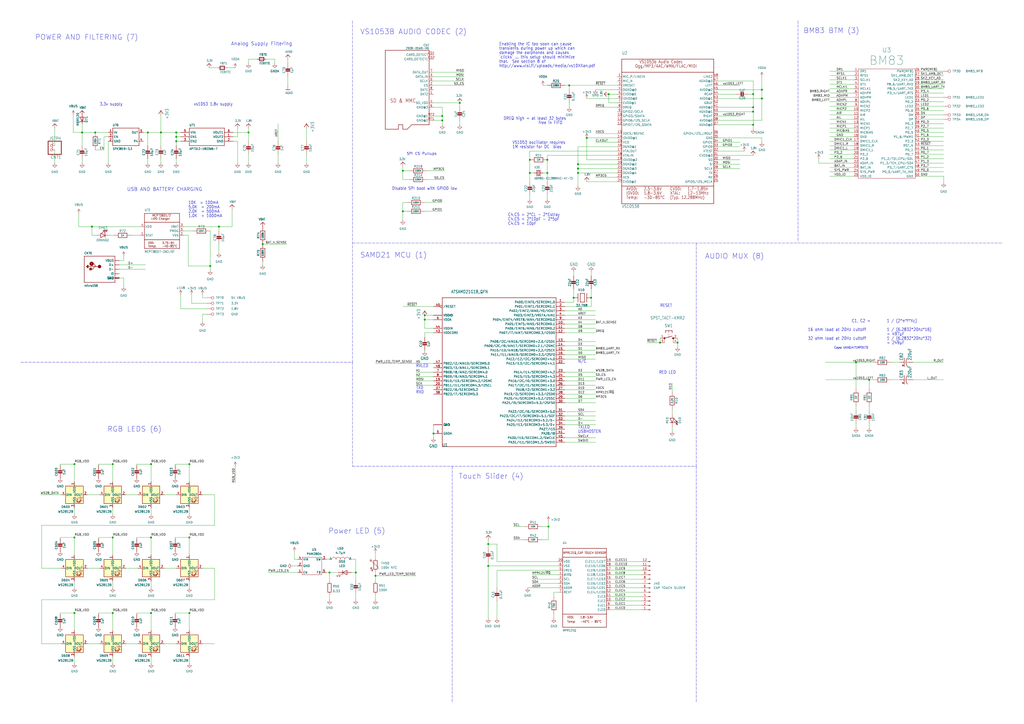
<source format=kicad_sch>
(kicad_sch (version 20211123) (generator eeschema)
  (paper "A2")
  (junction (at 93.345 76.835))
  (junction (at 353.06 54.61))
  (junction (at 335.28 95.25))
  (junction (at 436.88 54.61))
  (junction (at 256.54 69.85))
  (junction (at 87.63 311.785))
  (junction (at 340.36 80.01))
  (junction (at 496.57 210.185))
  (junction (at 283.21 328.295))
  (junction (at 55.245 76.835))
  (junction (at 109.855 311.785))
  (junction (at 283.21 315.595))
  (junction (at 332.74 172.72))
  (junction (at 246.38 182.88))
  (junction (at 121.92 154.305))
  (junction (at 47.625 76.835))
  (junction (at 43.18 269.24))
  (junction (at 102.235 76.835))
  (junction (at 266.7 59.69))
  (junction (at 109.855 355.6))
  (junction (at 335.28 100.33))
  (junction (at 307.34 92.71))
  (junction (at 441.96 52.07))
  (junction (at 342.9 172.72))
  (junction (at 206.375 332.105))
  (junction (at 330.2 49.53))
  (junction (at 109.855 269.24))
  (junction (at 65.405 269.24))
  (junction (at 127 131.445))
  (junction (at 382.905 198.755))
  (junction (at 43.18 355.6))
  (junction (at 53.34 131.445))
  (junction (at 65.405 355.6))
  (junction (at 307.34 100.33))
  (junction (at 65.405 311.785))
  (junction (at 152.4 141.605))
  (junction (at 144.145 76.835))
  (junction (at 102.235 79.375))
  (junction (at 43.18 311.785))
  (junction (at 87.63 269.24))
  (junction (at 317.5 92.71))
  (junction (at 335.28 97.79))
  (junction (at 318.135 305.435))
  (junction (at 217.805 334.01))
  (junction (at 85.725 76.835))
  (junction (at 436.88 72.39))
  (junction (at 246.38 185.42))
  (junction (at 256.54 67.31))
  (junction (at 251.46 251.46))
  (junction (at 504.19 220.345))
  (junction (at 233.68 99.06))
  (junction (at 87.63 355.6))
  (junction (at 233.68 122.555))
  (junction (at 441.96 57.15))
  (junction (at 436.88 64.77))
  (junction (at 436.88 62.23))
  (junction (at 393.065 198.755))
  (junction (at 317.5 100.33))
  (junction (at 191.135 332.105))
  (junction (at 102.235 81.915))
  (wire (pts (xy 177.8 81.915) (xy 177.8 74.295)))
  (wire (pts (xy 111.125 175.895) (xy 111.125 170.815)))
  (wire (pts (xy 109.855 354.965) (xy 109.855 355.6)))
  (wire (pts (xy 55.245 76.835) (xy 47.625 76.835)))
  (wire (pts (xy 434.34 54.61) (xy 436.88 54.61)))
  (wire (pts (xy 251.46 49.53) (xy 269.24 49.53)))
  (wire (pts (xy 436.88 46.99) (xy 436.88 54.61)))
  (wire (pts (xy 533.4 94.615) (xy 547.37 94.615)))
  (wire (pts (xy 327.66 231.14) (xy 345.44 231.14)))
  (wire (pts (xy 332.74 167.64) (xy 332.74 172.72)))
  (wire (pts (xy 109.855 294.64) (xy 109.855 298.45)))
  (wire (pts (xy 84.455 156.21) (xy 69.215 156.21)))
  (wire (pts (xy 50.8 287.02) (xy 57.785 287.02)))
  (wire (pts (xy 135.255 76.835) (xy 144.145 76.835)))
  (wire (pts (xy 354.33 353.695) (xy 372.11 353.695)))
  (wire (pts (xy 109.855 337.185) (xy 109.855 340.995)))
  (wire (pts (xy 481.33 89.535) (xy 495.3 89.535)))
  (wire (pts (xy 23.495 287.02) (xy 35.56 287.02)))
  (wire (pts (xy 251.46 44.45) (xy 269.24 44.45)))
  (wire (pts (xy 323.85 330.835) (xy 288.29 330.835)))
  (wire (pts (xy 327.66 223.52) (xy 345.44 223.52)))
  (wire (pts (xy 117.475 186.69) (xy 117.475 182.245)))
  (wire (pts (xy 109.22 154.305) (xy 121.92 154.305)))
  (wire (pts (xy 137.795 81.915) (xy 137.795 94.615)))
  (wire (pts (xy 247.65 104.14) (xy 257.81 104.14)))
  (wire (pts (xy 121.92 154.305) (xy 121.92 156.845)))
  (wire (pts (xy 144.145 89.535) (xy 144.145 94.615)))
  (wire (pts (xy 34.925 356.235) (xy 34.925 355.6)))
  (wire (pts (xy 101.6 269.24) (xy 109.855 269.24)))
  (wire (pts (xy 309.88 100.33) (xy 307.34 100.33)))
  (wire (pts (xy 416.56 80.01) (xy 441.96 80.01)))
  (wire (pts (xy 79.375 311.785) (xy 87.63 311.785)))
  (wire (pts (xy 79.375 356.235) (xy 79.375 355.6)))
  (wire (pts (xy 481.33 53.975) (xy 495.3 53.975)))
  (wire (pts (xy 85.725 92.075) (xy 85.725 94.615)))
  (wire (pts (xy 533.4 41.275) (xy 547.37 41.275)))
  (wire (pts (xy 65.405 268.605) (xy 65.405 269.24)))
  (wire (pts (xy 533.4 81.915) (xy 547.37 81.915)))
  (wire (pts (xy 87.63 381) (xy 87.63 384.81)))
  (wire (pts (xy 161.29 81.915) (xy 161.29 71.755)))
  (wire (pts (xy 354.33 330.835) (xy 372.11 330.835)))
  (wire (pts (xy 327.66 228.6) (xy 345.44 228.6)))
  (wire (pts (xy 426.72 54.61) (xy 416.56 54.61)))
  (wire (pts (xy 256.54 122.555) (xy 246.38 122.555)))
  (wire (pts (xy 24.13 347.98) (xy 124.46 347.98)))
  (wire (pts (xy 45.72 131.445) (xy 53.34 131.445)))
  (wire (pts (xy 317.5 90.17) (xy 317.5 92.71)))
  (wire (pts (xy 283.21 325.755) (xy 283.21 328.295)))
  (wire (pts (xy 283.21 328.295) (xy 283.21 358.775)))
  (wire (pts (xy 155.575 332.105) (xy 172.72 332.105)))
  (wire (pts (xy 93.345 92.075) (xy 93.345 94.615)))
  (wire (pts (xy 101.6 356.235) (xy 101.6 355.6)))
  (wire (pts (xy 246.38 190.5) (xy 246.38 185.42)))
  (wire (pts (xy 327.66 238.76) (xy 345.44 238.76)))
  (wire (pts (xy 533.4 53.975) (xy 547.37 53.975)))
  (wire (pts (xy 288.29 348.615) (xy 288.29 358.775)))
  (wire (pts (xy 43.18 355.6) (xy 43.18 365.76)))
  (wire (pts (xy 307.34 92.71) (xy 307.34 100.33)))
  (wire (pts (xy 43.18 294.64) (xy 43.18 298.45)))
  (wire (pts (xy 345.44 256.54) (xy 327.66 256.54)))
  (wire (pts (xy 533.4 99.695) (xy 547.37 99.695)))
  (wire (pts (xy 177.8 94.615) (xy 177.8 89.535)))
  (wire (pts (xy 79.375 312.42) (xy 79.375 311.785)))
  (wire (pts (xy 57.15 269.24) (xy 65.405 269.24)))
  (wire (pts (xy 354.33 351.155) (xy 372.11 351.155)))
  (wire (pts (xy 354.33 335.915) (xy 372.11 335.915)))
  (wire (pts (xy 154.305 34.29) (xy 159.385 34.29)))
  (wire (pts (xy 516.89 220.345) (xy 521.97 220.345)))
  (wire (pts (xy 93.345 76.835) (xy 93.345 66.675)))
  (wire (pts (xy 127 141.605) (xy 127 146.685)))
  (wire (pts (xy 117.475 373.38) (xy 124.46 373.38)))
  (polyline (pts (xy 262.255 270.51) (xy 262.255 407.67)))
  (wire (pts (xy 389.89 227.33) (xy 389.89 222.25)))
  (wire (pts (xy 34.925 355.6) (xy 43.18 355.6)))
  (wire (pts (xy 327.66 185.42) (xy 345.44 185.42)))
  (wire (pts (xy 42.545 76.835) (xy 47.625 76.835)))
  (wire (pts (xy 481.33 97.155) (xy 495.3 97.155)))
  (wire (pts (xy 416.56 97.79) (xy 429.26 97.79)))
  (wire (pts (xy 137.795 74.295) (xy 137.795 79.375)))
  (wire (pts (xy 233.68 127.635) (xy 233.68 122.555)))
  (wire (pts (xy 416.56 95.25) (xy 429.26 95.25)))
  (polyline (pts (xy 462.915 12.065) (xy 462.915 140.335)))
  (wire (pts (xy 481.33 61.595) (xy 495.3 61.595)))
  (wire (pts (xy 481.33 92.075) (xy 495.3 92.075)))
  (wire (pts (xy 43.18 311.785) (xy 43.18 321.945)))
  (wire (pts (xy 327.66 241.3) (xy 345.44 241.3)))
  (wire (pts (xy 121.92 133.985) (xy 121.92 154.305)))
  (wire (pts (xy 57.15 356.235) (xy 57.15 355.6)))
  (wire (pts (xy 69.215 153.67) (xy 84.455 153.67)))
  (wire (pts (xy 481.33 64.135) (xy 495.3 64.135)))
  (wire (pts (xy 24.13 304.8) (xy 124.46 304.8)))
  (wire (pts (xy 345.44 246.38) (xy 327.66 246.38)))
  (polyline (pts (xy 204.47 270.51) (xy 403.86 270.51)))
  (wire (pts (xy 85.725 84.455) (xy 85.725 76.835)))
  (wire (pts (xy 76.2 136.525) (xy 81.28 136.525)))
  (wire (pts (xy 53.34 131.445) (xy 81.28 131.445)))
  (wire (pts (xy 101.6 269.875) (xy 101.6 269.24)))
  (wire (pts (xy 217.805 210.82) (xy 251.46 210.82)))
  (wire (pts (xy 416.56 67.31) (xy 429.26 67.31)))
  (wire (pts (xy 317.5 92.71) (xy 317.5 100.33)))
  (wire (pts (xy 533.4 43.815) (xy 547.37 43.815)))
  (wire (pts (xy 533.4 51.435) (xy 547.37 51.435)))
  (wire (pts (xy 354.33 343.535) (xy 372.11 343.535)))
  (wire (pts (xy 57.15 355.6) (xy 65.405 355.6)))
  (wire (pts (xy 106.68 136.525) (xy 109.22 136.525)))
  (wire (pts (xy 358.14 100.33) (xy 335.28 100.33)))
  (wire (pts (xy 266.7 59.69) (xy 266.7 62.23)))
  (wire (pts (xy 533.4 76.835) (xy 547.37 76.835)))
  (wire (pts (xy 481.33 81.915) (xy 495.3 81.915)))
  (wire (pts (xy 533.4 97.155) (xy 547.37 97.155)))
  (wire (pts (xy 481.33 51.435) (xy 495.3 51.435)))
  (wire (pts (xy 441.96 52.07) (xy 441.96 57.15)))
  (wire (pts (xy 314.96 100.33) (xy 317.5 100.33)))
  (wire (pts (xy 354.33 340.995) (xy 372.11 340.995)))
  (wire (pts (xy 247.65 99.06) (xy 257.81 99.06)))
  (wire (pts (xy 53.34 136.525) (xy 53.34 131.445)))
  (wire (pts (xy 206.375 344.17) (xy 206.375 347.98)))
  (wire (pts (xy 57.15 311.785) (xy 65.405 311.785)))
  (wire (pts (xy 533.4 89.535) (xy 547.37 89.535)))
  (wire (pts (xy 256.54 117.475) (xy 246.38 117.475)))
  (wire (pts (xy 65.405 337.185) (xy 65.405 340.995)))
  (wire (pts (xy 266.7 69.85) (xy 266.7 72.39)))
  (wire (pts (xy 533.4 92.075) (xy 547.37 92.075)))
  (wire (pts (xy 481.33 71.755) (xy 495.3 71.755)))
  (wire (pts (xy 93.345 76.835) (xy 102.235 76.835)))
  (wire (pts (xy 87.63 354.965) (xy 87.63 355.6)))
  (wire (pts (xy 124.46 304.8) (xy 124.46 287.02)))
  (wire (pts (xy 109.855 268.605) (xy 109.855 269.24)))
  (wire (pts (xy 256.54 67.31) (xy 256.54 69.85)))
  (wire (pts (xy 83.185 76.835) (xy 85.725 76.835)))
  (wire (pts (xy 109.855 269.24) (xy 109.855 279.4)))
  (wire (pts (xy 169.545 328.295) (xy 172.72 328.295)))
  (wire (pts (xy 233.68 122.555) (xy 236.22 122.555)))
  (wire (pts (xy 251.46 220.98) (xy 241.3 220.98)))
  (wire (pts (xy 358.14 52.07) (xy 345.44 52.07)))
  (wire (pts (xy 251.46 185.42) (xy 246.38 185.42)))
  (wire (pts (xy 69.215 161.29) (xy 71.755 161.29)))
  (wire (pts (xy 529.59 210.185) (xy 547.37 210.185)))
  (wire (pts (xy 167.005 44.45) (xy 167.005 49.53)))
  (wire (pts (xy 152.4 151.765) (xy 152.4 153.67)))
  (wire (pts (xy 327.66 193.04) (xy 345.44 193.04)))
  (wire (pts (xy 481.33 84.455) (xy 495.3 84.455)))
  (wire (pts (xy 318.135 305.435) (xy 314.325 305.435)))
  (wire (pts (xy 87.63 268.605) (xy 87.63 269.24)))
  (wire (pts (xy 65.405 355.6) (xy 65.405 365.76)))
  (wire (pts (xy 65.405 381) (xy 65.405 384.81)))
  (wire (pts (xy 327.66 203.2) (xy 345.44 203.2)))
  (wire (pts (xy 117.475 172.72) (xy 117.475 170.815)))
  (wire (pts (xy 43.18 354.965) (xy 43.18 355.6)))
  (wire (pts (xy 306.07 340.995) (xy 323.85 340.995)))
  (wire (pts (xy 233.68 99.06) (xy 237.49 99.06)))
  (wire (pts (xy 307.34 113.03) (xy 307.34 115.57)))
  (wire (pts (xy 251.46 177.8) (xy 233.68 177.8)))
  (wire (pts (xy 327.66 190.5) (xy 345.44 190.5)))
  (wire (pts (xy 533.4 79.375) (xy 547.37 79.375)))
  (wire (pts (xy 533.4 102.235) (xy 547.37 102.235)))
  (wire (pts (xy 358.14 54.61) (xy 353.06 54.61)))
  (wire (pts (xy 321.31 343.535) (xy 321.31 346.075)))
  (wire (pts (xy 323.85 325.755) (xy 288.29 325.755)))
  (wire (pts (xy 87.63 311.785) (xy 87.63 321.945)))
  (wire (pts (xy 47.625 71.755) (xy 47.625 76.835)))
  (wire (pts (xy 416.56 46.99) (xy 436.88 46.99)))
  (wire (pts (xy 327.66 220.98) (xy 345.44 220.98)))
  (wire (pts (xy 217.805 344.805) (xy 217.805 347.98)))
  (wire (pts (xy 436.88 62.23) (xy 436.88 64.77)))
  (wire (pts (xy 436.88 54.61) (xy 436.88 62.23)))
  (wire (pts (xy 533.4 71.755) (xy 547.37 71.755)))
  (wire (pts (xy 55.88 136.525) (xy 53.34 136.525)))
  (wire (pts (xy 104.775 179.07) (xy 120.015 179.07)))
  (wire (pts (xy 481.33 48.895) (xy 495.3 48.895)))
  (wire (pts (xy 481.33 79.375) (xy 495.3 79.375)))
  (wire (pts (xy 436.88 72.39) (xy 436.88 74.93)))
  (wire (pts (xy 251.46 59.69) (xy 266.7 59.69)))
  (wire (pts (xy 246.38 193.04) (xy 246.38 195.58)))
  (wire (pts (xy 217.805 334.01) (xy 217.805 337.185)))
  (wire (pts (xy 43.18 381) (xy 43.18 384.81)))
  (wire (pts (xy 516.89 210.185) (xy 521.97 210.185)))
  (wire (pts (xy 481.33 56.515) (xy 495.3 56.515)))
  (wire (pts (xy 327.66 208.28) (xy 345.44 208.28)))
  (wire (pts (xy 375.285 198.755) (xy 382.905 198.755)))
  (wire (pts (xy 104.775 76.835) (xy 102.235 76.835)))
  (wire (pts (xy 323.85 335.915) (xy 308.61 335.915)))
  (wire (pts (xy 127 131.445) (xy 134.62 131.445)))
  (wire (pts (xy 358.14 80.01) (xy 340.36 80.01)))
  (wire (pts (xy 481.33 76.835) (xy 495.3 76.835)))
  (wire (pts (xy 345.44 218.44) (xy 327.66 218.44)))
  (wire (pts (xy 121.285 39.37) (xy 126.365 39.37)))
  (wire (pts (xy 87.63 337.185) (xy 87.63 340.995)))
  (wire (pts (xy 481.33 86.995) (xy 495.3 86.995)))
  (wire (pts (xy 416.56 49.53) (xy 429.26 49.53)))
  (wire (pts (xy 330.2 59.69) (xy 330.2 62.23)))
  (wire (pts (xy 217.805 334.01) (xy 241.3 334.01)))
  (wire (pts (xy 241.3 218.44) (xy 251.46 218.44)))
  (wire (pts (xy 233.68 99.06) (xy 233.68 96.52)))
  (wire (pts (xy 87.63 294.64) (xy 87.63 298.45)))
  (wire (pts (xy 416.56 57.15) (xy 441.96 57.15)))
  (wire (pts (xy 251.46 215.9) (xy 241.3 215.9)))
  (wire (pts (xy 332.74 157.48) (xy 332.74 160.02)))
  (wire (pts (xy 189.23 332.105) (xy 191.135 332.105)))
  (wire (pts (xy 358.14 77.47) (xy 345.44 77.47)))
  (wire (pts (xy 102.235 81.915) (xy 102.235 84.455)))
  (wire (pts (xy 251.46 41.91) (xy 269.24 41.91)))
  (wire (pts (xy 217.805 331.47) (xy 217.805 334.01)))
  (wire (pts (xy 504.19 235.585) (xy 504.19 238.125)))
  (wire (pts (xy 358.14 85.09) (xy 335.28 85.09)))
  (wire (pts (xy 101.6 311.785) (xy 109.855 311.785)))
  (wire (pts (xy 131.445 39.37) (xy 136.525 39.37)))
  (wire (pts (xy 102.235 92.075) (xy 102.235 94.615)))
  (wire (pts (xy 135.255 79.375) (xy 137.795 79.375)))
  (wire (pts (xy 307.34 100.33) (xy 307.34 105.41)))
  (wire (pts (xy 50.8 329.565) (xy 57.785 329.565)))
  (wire (pts (xy 109.855 311.785) (xy 109.855 321.945)))
  (wire (pts (xy 327.66 215.9) (xy 345.44 215.9)))
  (wire (pts (xy 504.19 220.345) (xy 504.19 225.425)))
  (wire (pts (xy 533.4 66.675) (xy 547.37 66.675)))
  (wire (pts (xy 317.5 49.53) (xy 314.96 49.53)))
  (wire (pts (xy 34.925 312.42) (xy 34.925 311.785)))
  (wire (pts (xy 353.06 59.69) (xy 353.06 54.61)))
  (wire (pts (xy 35.56 329.565) (xy 24.13 329.565)))
  (wire (pts (xy 191.135 332.105) (xy 191.135 337.185)))
  (wire (pts (xy 217.805 320.675) (xy 217.805 323.85)))
  (wire (pts (xy 127 131.445) (xy 106.68 131.445)))
  (wire (pts (xy 55.245 86.995) (xy 60.325 86.995)))
  (wire (pts (xy 65.405 311.785) (xy 65.405 321.945)))
  (wire (pts (xy 95.25 329.565) (xy 102.235 329.565)))
  (wire (pts (xy 136.525 270.51) (xy 136.525 280.035)))
  (wire (pts (xy 533.4 48.895) (xy 547.37 48.895)))
  (wire (pts (xy 416.56 90.17) (xy 436.88 90.17)))
  (wire (pts (xy 330.2 49.53) (xy 330.2 52.07)))
  (wire (pts (xy 506.73 210.185) (xy 496.57 210.185)))
  (wire (pts (xy 50.8 373.38) (xy 57.785 373.38)))
  (wire (pts (xy 62.865 76.835) (xy 55.245 76.835)))
  (wire (pts (xy 288.29 325.755) (xy 288.29 315.595)))
  (wire (pts (xy 533.4 64.135) (xy 547.37 64.135)))
  (wire (pts (xy 345.44 205.74) (xy 327.66 205.74)))
  (wire (pts (xy 144.145 36.83) (xy 144.145 34.29)))
  (wire (pts (xy 416.56 87.63) (xy 431.8 87.63)))
  (wire (pts (xy 481.33 66.675) (xy 495.3 66.675)))
  (wire (pts (xy 327.66 182.88) (xy 345.44 182.88)))
  (wire (pts (xy 345.44 187.96) (xy 327.66 187.96)))
  (wire (pts (xy 87.63 311.15) (xy 87.63 311.785)))
  (wire (pts (xy 441.96 57.15) (xy 441.96 69.85)))
  (wire (pts (xy 87.63 269.24) (xy 87.63 279.4)))
  (wire (pts (xy 31.75 94.615) (xy 31.75 86.995)))
  (wire (pts (xy 441.96 80.01) (xy 441.96 82.55)))
  (wire (pts (xy 65.405 311.15) (xy 65.405 311.785)))
  (wire (pts (xy 327.66 243.84) (xy 345.44 243.84)))
  (wire (pts (xy 504.19 220.345) (xy 478.79 220.345)))
  (wire (pts (xy 43.18 269.24) (xy 43.18 279.4)))
  (wire (pts (xy 314.325 313.055) (xy 318.135 313.055)))
  (wire (pts (xy 144.145 76.835) (xy 144.145 81.915)))
  (wire (pts (xy 358.14 102.87) (xy 345.44 102.87)))
  (wire (pts (xy 71.755 151.13) (xy 71.755 148.59)))
  (wire (pts (xy 358.14 49.53) (xy 330.2 49.53)))
  (wire (pts (xy 73.025 329.565) (xy 80.01 329.565)))
  (wire (pts (xy 251.46 46.99) (xy 269.24 46.99)))
  (wire (pts (xy 358.14 82.55) (xy 345.44 82.55)))
  (wire (pts (xy 87.63 355.6) (xy 87.63 365.76)))
  (wire (pts (xy 241.3 223.52) (xy 251.46 223.52)))
  (wire (pts (xy 441.96 44.45) (xy 441.96 52.07)))
  (wire (pts (xy 233.68 117.475) (xy 236.22 117.475)))
  (wire (pts (xy 251.46 182.88) (xy 246.38 182.88)))
  (wire (pts (xy 533.4 59.055) (xy 547.37 59.055)))
  (wire (pts (xy 159.385 34.29) (xy 159.385 36.83)))
  (wire (pts (xy 45.72 123.825) (xy 45.72 131.445)))
  (wire (pts (xy 106.68 133.985) (xy 111.76 133.985)))
  (wire (pts (xy 34.925 269.875) (xy 34.925 269.24)))
  (wire (pts (xy 327.66 200.66) (xy 345.44 200.66)))
  (polyline (pts (xy 403.86 140.97) (xy 403.86 270.51)))
  (wire (pts (xy 170.815 320.04) (xy 170.815 324.485)))
  (wire (pts (xy 43.18 337.185) (xy 43.18 340.995)))
  (wire (pts (xy 251.46 251.46) (xy 251.46 254)))
  (wire (pts (xy 117.475 182.245) (xy 120.015 182.245)))
  (wire (pts (xy 251.46 67.31) (xy 256.54 67.31)))
  (wire (pts (xy 436.88 64.77) (xy 436.88 72.39)))
  (wire (pts (xy 60.325 79.375) (xy 62.865 79.375)))
  (wire (pts (xy 547.37 102.235) (xy 547.37 106.045)))
  (wire (pts (xy 330.2 49.53) (xy 327.66 49.53)))
  (wire (pts (xy 167.005 34.29) (xy 167.005 36.83)))
  (wire (pts (xy 358.14 90.17) (xy 317.5 90.17)))
  (wire (pts (xy 65.405 269.24) (xy 65.405 279.4)))
  (wire (pts (xy 474.98 94.615) (xy 495.3 94.615)))
  (wire (pts (xy 34.925 311.785) (xy 43.18 311.785)))
  (wire (pts (xy 79.375 269.24) (xy 87.63 269.24)))
  (wire (pts (xy 481.33 102.235) (xy 495.3 102.235)))
  (wire (pts (xy 117.475 329.565) (xy 124.46 329.565)))
  (wire (pts (xy 69.215 151.13) (xy 71.755 151.13)))
  (wire (pts (xy 101.6 355.6) (xy 109.855 355.6)))
  (wire (pts (xy 42.545 66.675) (xy 42.545 76.835)))
  (wire (pts (xy 327.66 177.8) (xy 342.9 177.8)))
  (wire (pts (xy 481.33 59.055) (xy 495.3 59.055)))
  (wire (pts (xy 189.23 324.485) (xy 191.135 324.485)))
  (wire (pts (xy 504.19 245.745) (xy 504.19 248.285)))
  (wire (pts (xy 79.375 269.875) (xy 79.375 269.24)))
  (polyline (pts (xy 204.47 12.065) (xy 204.47 210.185)))
  (wire (pts (xy 327.66 254) (xy 345.44 254)))
  (wire (pts (xy 327.66 175.26) (xy 332.74 175.26)))
  (wire (pts (xy 203.835 324.485) (xy 206.375 324.485)))
  (wire (pts (xy 416.56 52.07) (xy 441.96 52.07)))
  (wire (pts (xy 101.6 312.42) (xy 101.6 311.785)))
  (wire (pts (xy 323.85 333.375) (xy 308.61 333.375)))
  (wire (pts (xy 332.74 175.26) (xy 332.74 172.72)))
  (wire (pts (xy 109.855 381) (xy 109.855 384.81)))
  (wire (pts (xy 135.255 81.915) (xy 137.795 81.915)))
  (wire (pts (xy 120.015 175.895) (xy 111.125 175.895)))
  (wire (pts (xy 340.36 92.71) (xy 340.36 80.01)))
  (wire (pts (xy 416.56 69.85) (xy 441.96 69.85)))
  (wire (pts (xy 24.13 373.38) (xy 35.56 373.38)))
  (wire (pts (xy 533.4 46.355) (xy 547.37 46.355)))
  (wire (pts (xy 73.025 287.02) (xy 80.01 287.02)))
  (wire (pts (xy 288.29 315.595) (xy 283.21 315.595)))
  (wire (pts (xy 342.9 177.8) (xy 342.9 172.72)))
  (wire (pts (xy 382.905 198.755) (xy 382.905 196.215)))
  (wire (pts (xy 24.13 373.38) (xy 24.13 347.98)))
  (wire (pts (xy 24.13 329.565) (xy 24.13 304.8)))
  (wire (pts (xy 246.38 203.2) (xy 246.38 203.835)))
  (wire (pts (xy 283.21 315.595) (xy 283.21 313.055)))
  (wire (pts (xy 323.85 338.455) (xy 308.61 338.455)))
  (wire (pts (xy 191.135 332.105) (xy 196.215 332.105)))
  (wire (pts (xy 144.145 76.835) (xy 144.145 74.295)))
  (wire (pts (xy 389.89 247.65) (xy 389.89 250.19)))
  (wire (pts (xy 358.14 87.63) (xy 307.34 87.63)))
  (wire (pts (xy 57.15 312.42) (xy 57.15 311.785)))
  (wire (pts (xy 47.625 92.075) (xy 47.625 94.615)))
  (polyline (pts (xy 204.47 140.97) (xy 581.66 140.97)))
  (wire (pts (xy 43.18 311.15) (xy 43.18 311.785)))
  (wire (pts (xy 323.85 343.535) (xy 321.31 343.535)))
  (wire (pts (xy 297.815 313.055) (xy 304.165 313.055)))
  (wire (pts (xy 354.33 328.295) (xy 372.11 328.295)))
  (wire (pts (xy 79.375 355.6) (xy 87.63 355.6)))
  (wire (pts (xy 95.25 287.02) (xy 102.235 287.02)))
  (wire (pts (xy 256.54 62.23) (xy 256.54 67.31)))
  (wire (pts (xy 191.135 344.805) (xy 191.135 347.98)))
  (wire (pts (xy 496.57 245.745) (xy 496.57 248.285)))
  (wire (pts (xy 60.325 86.995) (xy 60.325 79.375)))
  (wire (pts (xy 256.54 69.85) (xy 256.54 72.39)))
  (wire (pts (xy 416.56 92.71) (xy 429.26 92.71)))
  (wire (pts (xy 34.925 269.24) (xy 43.18 269.24)))
  (wire (pts (xy 251.46 62.23) (xy 256.54 62.23)))
  (wire (pts (xy 127 133.985) (xy 127 131.445)))
  (wire (pts (xy 206.375 332.105) (xy 206.375 336.55)))
  (polyline (pts (xy 403.86 270.51) (xy 403.86 407.67)))
  (wire (pts (xy 63.5 136.525) (xy 66.04 136.525)))
  (wire (pts (xy 529.59 220.345) (xy 547.37 220.345)))
  (wire (pts (xy 57.15 269.875) (xy 57.15 269.24)))
  (wire (pts (xy 251.46 193.04) (xy 246.38 193.04)))
  (wire (pts (xy 416.56 85.09) (xy 429.26 85.09)))
  (wire (pts (xy 323.85 328.295) (xy 283.21 328.295)))
  (wire (pts (xy 327.66 180.34) (xy 345.44 180.34)))
  (wire (pts (xy 533.4 56.515) (xy 547.37 56.515)))
  (wire (pts (xy 335.28 100.33) (xy 335.28 107.95)))
  (polyline (pts (xy 12.065 210.185) (xy 204.47 210.185)))
  (wire (pts (xy 358.14 97.79) (xy 335.28 97.79)))
  (wire (pts (xy 318.135 302.26) (xy 318.135 305.435)))
  (wire (pts (xy 120.015 172.72) (xy 117.475 172.72)))
  (wire (pts (xy 416.56 64.77) (xy 436.88 64.77)))
  (wire (pts (xy 104.775 79.375) (xy 102.235 79.375)))
  (wire (pts (xy 327.66 233.68) (xy 345.44 233.68)))
  (wire (pts (xy 117.475 287.02) (xy 124.46 287.02)))
  (wire (pts (xy 109.855 355.6) (xy 109.855 365.76)))
  (wire (pts (xy 533.4 84.455) (xy 547.37 84.455)))
  (wire (pts (xy 251.46 246.38) (xy 251.46 251.46)))
  (wire (pts (xy 73.025 373.38) (xy 80.01 373.38)))
  (wire (pts (xy 354.33 333.375) (xy 372.11 333.375)))
  (wire (pts (xy 506.73 220.345) (xy 504.19 220.345)))
  (wire (pts (xy 533.4 61.595) (xy 547.37 61.595)))
  (wire (pts (xy 206.375 324.485) (xy 206.375 332.105)))
  (wire (pts (xy 533.4 86.995) (xy 547.37 86.995)))
  (polyline (pts (xy 204.47 210.185) (xy 204.47 270.51)))
  (wire (pts (xy 307.34 87.63) (xy 307.34 92.71)))
  (wire (pts (xy 354.33 348.615) (xy 372.11 348.615)))
  (wire (pts (xy 481.33 46.355) (xy 495.3 46.355)))
  (wire (pts (xy 283.21 318.135) (xy 283.21 315.595)))
  (wire (pts (xy 317.5 100.33) (xy 317.5 105.41)))
  (wire (pts (xy 358.14 92.71) (xy 340.36 92.71)))
  (wire (pts (xy 124.46 329.565) (xy 124.46 347.98)))
  (wire (pts (xy 62.865 81.915) (xy 62.865 94.615)))
  (wire (pts (xy 152.4 141.605) (xy 166.37 141.605)))
  (wire (pts (xy 533.4 69.215) (xy 547.37 69.215)))
  (wire (pts (xy 342.9 172.72) (xy 342.9 167.64)))
  (wire (pts (xy 345.44 226.06) (xy 327.66 226.06)))
  (wire (pts (xy 102.235 79.375) (xy 102.235 76.835)))
  (wire (pts (xy 85.725 76.835) (xy 93.345 76.835)))
  (wire (pts (xy 317.5 113.03) (xy 317.5 115.57)))
  (wire (pts (xy 474.98 92.075) (xy 474.98 94.615)))
  (wire (pts (xy 416.56 72.39) (xy 436.88 72.39)))
  (wire (pts (xy 358.14 59.69) (xy 353.06 59.69)))
  (wire (pts (xy 170.815 324.485) (xy 172.72 324.485)))
  (wire (pts (xy 481.33 99.695) (xy 495.3 99.695)))
  (wire (pts (xy 297.815 305.435) (xy 304.165 305.435)))
  (wire (pts (xy 43.18 268.605) (xy 43.18 269.24)))
  (wire (pts (xy 65.405 354.965) (xy 65.405 355.6)))
  (wire (pts (xy 481.33 69.215) (xy 495.3 69.215)))
  (wire (pts (xy 237.49 104.14) (xy 233.68 104.14)))
  (wire (pts (xy 496.57 235.585) (xy 496.57 238.125)))
  (wire (pts (xy 335.28 97.79) (xy 335.28 100.33)))
  (wire (pts (xy 104.775 170.815) (xy 104.775 179.07)))
  (wire (pts (xy 496.57 210.185) (xy 496.57 225.425)))
  (wire (pts (xy 233.68 104.14) (xy 233.68 99.06)))
  (wire (pts (xy 416.56 82.55) (xy 429.26 82.55)))
  (wire (pts (xy 358.14 62.23) (xy 345.44 62.23)))
  (wire (pts (xy 354.33 338.455) (xy 372.11 338.455)))
  (wire (pts (xy 335.28 85.09) (xy 335.28 95.25)))
  (wire (pts (xy 358.14 57.15) (xy 340.36 57.15)))
  (wire (pts (xy 321.31 356.235) (xy 321.31 358.775)))
  (wire (pts (xy 354.33 346.075) (xy 372.11 346.075)))
  (wire (pts (xy 335.28 95.25) (xy 335.28 97.79)))
  (wire (pts (xy 102.235 81.915) (xy 102.235 79.375)))
  (wire (pts (xy 358.14 95.25) (xy 335.28 95.25)))
  (wire (pts (xy 288.29 330.835) (xy 288.29 340.995)))
  (wire (pts (xy 251.46 69.85) (xy 256.54 69.85)))
  (wire (pts (xy 416.56 62.23) (xy 436.88 62.23)))
  (wire (pts (xy 496.57 210.185) (xy 478.79 210.185)))
  (wire (pts (xy 109.22 136.525) (xy 109.22 154.305)))
  (wire (pts (xy 71.755 161.29) (xy 71.755 166.37)))
  (wire (pts (xy 318.135 305.435) (xy 318.135 313.055)))
  (wire (pts (xy 233.68 122.555) (xy 233.68 117.475)))
  (wire (pts (xy 393.065 201.295) (xy 393.065 198.755)))
  (wire (pts (xy 481.33 74.295) (xy 495.3 74.295)))
  (wire (pts (xy 206.375 332.105) (xy 203.835 332.105)))
  (wire (pts (xy 31.75 74.295) (xy 31.75 84.455)))
  (wire (pts (xy 109.855 311.15) (xy 109.855 311.785)))
  (wire (pts (xy 342.9 157.48) (xy 342.9 160.02)))
  (wire (pts (xy 93.345 76.835) (xy 93.345 84.455)))
  (wire (pts (xy 251.46 190.5) (xy 246.38 190.5)))
  (wire (pts (xy 393.065 196.215) (xy 393.065 198.755)))
  (wire (pts (xy 481.33 43.815) (xy 495.3 43.815)))
  (wire (pts (xy 104.775 81.915) (xy 102.235 81.915)))
  (wire (pts (xy 389.89 237.49) (xy 389.89 240.03)))
  (wire (pts (xy 134.62 121.285) (xy 134.62 131.445)))
  (wire (pts (xy 358.14 105.41) (xy 340.36 105.41)))
  (wire (pts (xy 95.25 373.38) (xy 102.235 373.38)))
  (wire (pts (xy 47.625 76.835) (xy 47.625 84.455)))
  (wire (pts (xy 481.33 41.275) (xy 495.3 41.275)))
  (wire (pts (xy 533.4 74.295) (xy 547.37 74.295)))
  (wire (pts (xy 144.145 34.29) (xy 149.225 34.29)))
  (wire (pts (xy 65.405 294.64) (xy 65.405 298.45)))
  (wire (pts (xy 246.38 185.42) (xy 246.38 182.88)))
  (wire (pts (xy 345.44 198.12) (xy 327.66 198.12)))
  (wire (pts (xy 161.29 89.535) (xy 161.29 94.615)))
  (wire (pts (xy 354.33 325.755) (xy 372.11 325.755)))
  (text "POWER AND FILTERING (7)\n" (at 20.32 23.495 180) (effects (font (size 3 3)) (justify left bottom)))
  (text "RED LED" (at 382.27 217.17 180) (effects (font (size 1.778 1.5113)) (justify left bottom)))
  (text "Analog Supply Filtering" (at 133.985 26.67 180) (effects (font (size 2 2)) (justify left bottom)))
  (text "1.0K  = 1000mA" (at 109.22 126.365 180) (effects (font (size 1.778 1.5113)) (justify left bottom)))
  (text "Caps: UKA0J471MPD1TD" (at 483.87 202.565 180) (effects (font (size 1.27 1.0795)) (justify left bottom)))
  (text "transients during power up which can" (at 289.56 29.21 180) (effects (font (size 1.778 1.5113)) (justify left bottom)))
  (text "TXLED" (at 335.28 248.92 180) (effects (font (size 1.778 1.5113)) (justify left bottom)))
  (text "USB AND BATTERY CHARGING" (at 73.66 111.125 180) (effects (font (size 2 2)) (justify left bottom)))
  (text "Power LED (5)" (at 190.5 309.88 0) (effects (font (size 3 3)) (justify left bottom)))
  (text "10K  = 100mA" (at 109.22 118.745 180) (effects (font (size 1.778 1.5113)) (justify left bottom)))
  (text "N/C" (at 335.28 210.82 180) (effects (font (size 1.778 1.5113)) (justify left bottom)))
  (text "= 497µF" (at 514.35 194.945 180) (effects (font (size 1.778 1.5113)) (justify left bottom)))
  (text "RXD" (at 241.3 228.6 180) (effects (font (size 1.778 1.5113)) (justify left bottom)))
  (text "SAMD21 MCU (1)" (at 208.915 149.86 0) (effects (font (size 3 3)) (justify left bottom)))
  (text "free in FIFO" (at 312.42 72.39 180) (effects (font (size 1.778 1.5113)) (justify left bottom)))
  (text "1 / (2*π*f*Xc)" (at 514.35 187.325 180) (effects (font (size 1.778 1.5113)) (justify left bottom)))
  (text "'clicks' ... this setup should minimize" (at 289.56 34.29 180) (effects (font (size 1.778 1.5113)) (justify left bottom)))
  (text "RGB LEDS (6)" (at 62.23 250.825 0) (effects (font (size 3 3)) (justify left bottom)))
  (text "that.  See section 8 of" (at 289.56 36.83 180) (effects (font (size 1.778 1.5113)) (justify left bottom)))
  (text "VS1053 oscillator requires" (at 297.18 83.82 180) (effects (font (size 1.778 1.5113)) (justify left bottom)))
  (text "USBHOSTEN" (at 335.28 251.46 180) (effects (font (size 1.778 1.5113)) (justify left bottom)))
  (text "Enabling the IC too soon can cause" (at 289.56 26.67 180) (effects (font (size 1.778 1.5113)) (justify left bottom)))
  (text "AUDIO MUX (8)" (at 408.94 150.495 0) (effects (font (size 3 3)) (justify left bottom)))
  (text "DREQ high = at least 32 bytes" (at 292.1 69.85 180) (effects (font (size 1.778 1.5113)) (justify left bottom)))
  (text "1 / (6.2832*20hz*16)" (at 514.35 192.405 180) (effects (font (size 1.778 1.5113)) (justify left bottom)))
  (text "Disable SPI boot with GPIO0 low" (at 227.33 110.49 0) (effects (font (size 1.778 1.5113)) (justify left bottom)))
  (text "Touch Slider (4)\n" (at 266.065 278.13 0) (effects (font (size 3 3)) (justify left bottom)))
  (text "SPI CS Pullups" (at 253.365 90.17 180) (effects (font (size 1.5113 1.5113)) (justify right bottom)))
  (text "VS1053B AUDIO CODEC (2)" (at 208.915 20.32 0) (effects (font (size 3 3)) (justify left bottom)))
  (text "damage the earphones and causes" (at 289.56 31.75 180) (effects (font (size 1.778 1.5113)) (justify left bottom)))
  (text "BM83 BTM (3)" (at 466.09 19.685 0) (effects (font (size 3 3)) (justify left bottom)))
  (text "1 / (6.2832*20hz*32)" (at 514.35 197.485 180) (effects (font (size 1.778 1.5113)) (justify left bottom)))
  (text "1M resistor for DC  bias" (at 297.18 86.36 180) (effects (font (size 1.778 1.5113)) (justify left bottom)))
  (text "32 ohm load at 20Hz cuttoff" (at 468.63 197.485 180) (effects (font (size 1.778 1.5113)) (justify left bottom)))
  (text "16 ohm load at 20Hz cuttoff" (at 468.63 192.405 180) (effects (font (size 1.778 1.5113)) (justify left bottom)))
  (text "2.0K  = 500mA" (at 109.22 123.825 180) (effects (font (size 1.778 1.5113)) (justify left bottom)))
  (text "3.3v supply" (at 57.785 61.595 180) (effects (font (size 1.778 1.5113)) (justify left bottom)))
  (text "vs1053 1.8v supply" (at 112.395 61.595 180) (effects (font (size 1.778 1.5113)) (justify left bottom)))
  (text "C4,C5 = 2*CL - 2*Cstray" (at 294.64 125.73 180) (effects (font (size 1.778 1.5113)) (justify left bottom)))
  (text "RXLED" (at 241.3 213.36 180) (effects (font (size 1.778 1.5113)) (justify left bottom)))
  (text "C1, C2 =" (at 494.03 187.325 180) (effects (font (size 1.778 1.5113)) (justify left bottom)))
  (text "TXD" (at 241.3 226.06 180) (effects (font (size 1.778 1.5113)) (justify left bottom)))
  (text "= 249µF" (at 514.35 200.025 180) (effects (font (size 1.778 1.5113)) (justify left bottom)))
  (text "C4,C5 = 10pF" (at 294.64 130.81 180) (effects (font (size 1.778 1.5113)) (justify left bottom)))
  (text "5.0K  = 200mA" (at 109.22 121.285 180) (effects (font (size 1.778 1.5113)) (justify left bottom)))
  (text "C4,C5 = 2*10pF - 2*5pF" (at 294.64 128.27 180) (effects (font (size 1.778 1.5113)) (justify left bottom)))
  (text "RESET" (at 382.905 178.435 180) (effects (font (size 1.778 1.5113)) (justify left bottom)))
  (text "http://www.vlsi.fi/uploads/media/vs10XXan.pdf" (at 289.56 39.37 180) (effects (font (size 1.778 1.5113)) (justify left bottom)))
  (label "A5" (at 241.3 210.82 0) (effects (font (size 1.2446 1.2446))))
  (label "A2" (at 241.3 218.44 0) (effects (font (size 1.2446 1.2446))))
  (label "RGB_VDD" (at 136.525 280.035 90))
  (label "GPIO0" (at 256.54 117.475 180) (effects (font (size 1.2446 1.2446))))
  (label "D9" (at 335.28 193.04 0) (effects (font (size 1.2446 1.2446))))
  (label "SDA" (at 297.815 313.055 0))
  (label "SD_CS" (at 257.81 104.14 180) (effects (font (size 1.2446 1.2446))))
  (label "D10" (at 335.28 226.06 0) (effects (font (size 1.2446 1.2446))))
  (label "RGB_VDD" (at 43.18 354.965 0))
  (label "D12" (at 335.28 228.6 0) (effects (font (size 1.2446 1.2446))))
  (label "GPIO1" (at 256.54 122.555 180) (effects (font (size 1.2446 1.2446))))
  (label "ELEC4" (at 356.87 343.535 0) (effects (font (size 1.2446 1.2446))))
  (label "D1" (at 335.28 203.2 0) (effects (font (size 1.2446 1.2446))))
  (label "MISO" (at 269.24 41.91 180) (effects (font (size 1.2446 1.2446))))
  (label "MCLK1" (at 485.14 51.435 0))
  (label "SDA" (at 335.28 238.76 0) (effects (font (size 1.2446 1.2446))))
  (label "MICN1" (at 485.14 71.755 0))
  (label "D2" (at 335.28 215.9 0) (effects (font (size 1.2446 1.2446))))
  (label "SCL" (at 335.28 241.3 0) (effects (font (size 1.2446 1.2446))))
  (label "vs1053_RIGHT" (at 494.665 210.185 0) (effects (font (size 1.2446 1.2446))))
  (label "DREQ" (at 345.44 62.23 0) (effects (font (size 1.2446 1.2446))))
  (label "P0_2" (at 534.035 59.055 0))
  (label "SDA" (at 308.61 338.455 0) (effects (font (size 1.2446 1.2446))))
  (label "ELEC0" (at 356.87 353.695 0) (effects (font (size 1.2446 1.2446))))
  (label "GPIO0" (at 419.1 85.09 0) (effects (font (size 1.2446 1.2446))))
  (label "RGB_VDD" (at 109.855 311.15 0))
  (label "AIL" (at 485.14 69.215 0))
  (label "D-" (at 335.28 243.84 0) (effects (font (size 1.2446 1.2446))))
  (label "PWR_LED_EN" (at 345.44 220.98 0))
  (label "MOSI" (at 419.1 95.25 0) (effects (font (size 1.2446 1.2446))))
  (label "ELEC10" (at 356.87 328.295 0) (effects (font (size 1.2446 1.2446))))
  (label "SK1_AMB_DET" (at 534.035 43.815 0))
  (label "ADDR" (at 308.61 340.995 0) (effects (font (size 1.2446 1.2446))))
  (label "ELEC1" (at 356.87 351.155 0) (effects (font (size 1.2446 1.2446))))
  (label "A4" (at 335.28 187.96 0) (effects (font (size 1.2446 1.2446))))
  (label "ELEC8" (at 356.87 333.375 0) (effects (font (size 1.2446 1.2446))))
  (label "RGB_VDD" (at 43.18 268.605 0))
  (label "P3_2" (at 483.87 89.535 0))
  (label "DREQ" (at 345.44 193.04 0) (effects (font (size 1.2446 1.2446))))
  (label "ELEC6" (at 356.87 338.455 0) (effects (font (size 1.2446 1.2446))))
  (label "P1_2" (at 534.035 92.075 0))
  (label "DMIC1_R" (at 483.87 84.455 0))
  (label "BM83_LEFT" (at 481.33 59.055 180))
  (label "A3" (at 335.28 185.42 0) (effects (font (size 1.2446 1.2446))))
  (label "P0_1" (at 534.035 86.995 0))
  (label "GPIO1" (at 419.1 82.55 0) (effects (font (size 1.2446 1.2446))))
  (label "SD_CS" (at 345.44 218.44 0) (effects (font (size 1.2446 1.2446))))
  (label "DN" (at 534.035 66.675 0))
  (label "D4" (at 335.28 198.12 0) (effects (font (size 1.2446 1.2446))))
  (label "BM83_RIGHT" (at 481.33 53.975 180))
  (label "D8" (at 335.28 190.5 0) (effects (font (size 1.2446 1.2446))))
  (label "D3" (at 337.82 200.66 180) (effects (font (size 1.2446 1.2446))))
  (label "D-" (at 74.295 156.21 0) (effects (font (size 1.2446 1.2446))))
  (label "D11" (at 335.28 220.98 0) (effects (font (size 1.2446 1.2446))))
  (label "D6" (at 335.28 231.14 0) (effects (font (size 1.2446 1.2446))))
  (label "MICP1" (at 485.14 74.295 0))
  (label "WS28_DATA" (at 345.44 215.9 0))
  (label "RGB_VDD" (at 43.18 311.15 0))
  (label "ELEC2" (at 356.87 348.615 0) (effects (font (size 1.2446 1.2446))))
  (label "MPR121~{IRQ}" (at 308.61 333.375 0) (effects (font (size 1.2446 1.2446))))
  (label "BM83_MID" (at 481.33 56.515 180))
  (label "SYS_PWR" (at 483.87 99.695 0))
  (label "PWR(MFB)" (at 534.035 41.275 0))
  (label "SD_CS" (at 269.24 49.53 180) (effects (font (size 1.2446 1.2446))))
  (label "SCK" (at 241.3 223.52 0) (effects (font (size 1.2446 1.2446))))
  (label "MPR121~{IRQ}" (at 345.44 228.6 0) (effects (font (size 1.2446 1.2446))))
  (label "LED2" (at 534.035 61.595 0))
  (label "MOSI" (at 269.24 44.45 180) (effects (font (size 1.2446 1.2446))))
  (label "D13" (at 389.89 222.25 270) (effects (font (size 1.2446 1.2446))))
  (label "RGB_VDD" (at 87.63 268.605 0))
  (label "GND" (at 485.14 79.375 0))
  (label "MP3CS" (at 257.81 99.06 180) (effects (font (size 1.2446 1.2446))))
  (label "RGB_VDD" (at 87.63 311.15 0))
  (label "PWR_LED_TEMP_SENSE" (at 241.3 334.01 180))
  (label "AREF" (at 161.29 79.375 90) (effects (font (size 1.2446 1.2446))))
  (label "~{RESET}" (at 534.035 84.455 0))
  (label "~{RESET}" (at 236.22 177.8 0) (effects (font (size 1.2446 1.2446))))
  (label "MICBIAS" (at 485.14 76.835 0))
  (label "DMIC1_CLK" (at 483.87 81.915 0))
  (label "AOHPL" (at 485.14 59.055 0))
  (label "D0" (at 335.28 205.74 0) (effects (font (size 1.2446 1.2446))))
  (label "RGB_VDD" (at 109.855 268.605 0))
  (label "SCLK" (at 419.1 97.79 0) (effects (font (size 1.2446 1.2446))))
  (label "AIR" (at 485.14 66.675 0))
  (label "WS28_DATA" (at 23.495 287.02 0))
  (label "SK2_KEY_AD" (at 534.035 46.355 0))
  (label "P3_7" (at 534.035 97.155 0))
  (label "P0_7" (at 534.035 89.535 0))
  (label "XDCS" (at 345.44 77.47 0) (effects (font (size 1.2446 1.2446))))
  (label "P2_3" (at 534.035 81.915 0))
  (label "MISO" (at 335.28 208.28 0) (effects (font (size 1.2446 1.2446))))
  (label "DR1" (at 485.14 41.275 0))
  (label "ELEC11" (at 356.87 325.755 0) (effects (font (size 1.2446 1.2446))))
  (label "~{RESET}" (at 345.44 49.53 0) (effects (font (size 1.2446 1.2446))))
  (label "RGB_VDD" (at 65.405 311.15 0))
  (label "BM83_UART_RX" (at 534.035 48.895 0))
  (label "A1" (at 241.3 215.9 0) (effects (font (size 1.2446 1.2446))))
  (label "D7" (at 335.28 233.68 0) (effects (font (size 1.2446 1.2446))))
  (label "DT1" (at 485.14 48.895 0))
  (label "P0_6" (at 534.035 64.135 0))
  (label "P0_0" (at 534.035 99.695 0))
  (label "DP" (at 534.035 69.215 0))
  (label "P0_5" (at 534.035 76.835 0))
  (label "RGB_VDD" (at 87.63 354.965 0))
  (label "ADAP_IN" (at 483.87 94.615 0))
  (label "DMIC1_L" (at 483.87 86.995 0))
  (label "BM83_UART_TX" (at 345.44 205.74 0))
  (label "D+" (at 74.295 153.67 0) (effects (font (size 1.2446 1.2446))))
  (label "L_OUT" (at 543.56 220.345 180) (effects (font (size 1.2446 1.2446))))
  (label "D+" (at 335.28 246.38 0) (effects (font (size 1.2446 1.2446))))
  (label "D13" (at 335.28 223.52 0) (effects (font (size 1.2446 1.2446))))
  (label "PWR_LED_TEMP_SENSE" (at 217.805 210.82 0))
  (label "RFS1" (at 485.14 43.815 0))
  (label "SCLK1" (at 485.14 46.355 0))
  (label "GND" (at 534.035 102.235 0))
  (label "P0_3" (at 534.035 71.755 0))
  (label "AREF" (at 335.28 182.88 0) (effects (font (size 1.2446 1.2446))))
  (label "R_OUT" (at 547.37 210.185 180) (effects (font (size 1.2446 1.2446))))
  (label "CLKOUT" (at 345.44 82.55 0) (effects (font (size 1.2446 1.2446))))
  (label "MISO" (at 419.1 92.71 0) (effects (font (size 1.2446 1.2446))))
  (label "A0" (at 335.28 180.34 0) (effects (font (size 1.2446 1.2446))))
  (label "VDD_IO" (at 483.87 102.235 0))
  (label "XDCS" (at 345.44 226.06 0) (effects (font (size 1.2446 1.2446))))
  (label "ELEC3" (at 356.87 346.075 0) (effects (font (size 1.2446 1.2446))))
  (label "PWR_LED_EN" (at 155.575 332.105 0))
  (label "vs1053_RIGHT" (at 419.1 67.31 0) (effects (font (size 1.2446 1.2446))))
  (label "MP3CS" (at 345.44 231.14 0) (effects (font (size 1.2446 1.2446))))
  (label "SCL" (at 308.61 335.915 0) (effects (font (size 1.2446 1.2446))))
  (label "RGB_VDD" (at 65.405 354.965 0))
  (label "EN" (at 57.785 86.995 0) (effects (font (size 1.2446 1.2446))))
  (label "vs1053_LEFT" (at 494.665 220.345 0) (effects (font (size 1.2446 1.2446))))
  (label "BAT_V_SENSE" (at 345.44 187.96 0) (effects (font (size 1.2446 1.2446))))
  (label "MP3CS" (at 345.44 102.87 0) (effects (font (size 1.2446 1.2446))))
  (label "P3_4" (at 534.035 53.975 0))
  (label "SCLK" (at 269.24 46.99 180) (effects (font (size 1.2446 1.2446))))
  (label "BM83_UART_RX" (at 345.44 203.2 0))
  (label "D5" (at 335.28 218.44 0) (effects (font (size 1.2446 1.2446))))
  (label "P2_7" (at 534.035 74.295 0))
  (label "SWDIO" (at 335.28 256.54 0) (effects (font (size 1.2446 1.2446))))
  (label "P2_6" (at 483.87 92.075 0))
  (label "BM83_UART_TX" (at 534.035 51.435 0))
  (label "LED1" (at 534.035 56.515 0))
  (label "SWCLK" (at 335.28 254 0) (effects (font (size 1.2446 1.2446))))
  (label "P1_3" (at 534.035 94.615 0))
  (label "~{RESET}" (at 375.285 198.755 0) (effects (font (size 1.2446 1.2446))))
  (label "MOSI" (at 241.3 220.98 0) (effects (font (size 1.2446 1.2446))))
  (label "ELEC5" (at 356.87 340.995 0) (effects (font (size 1.2446 1.2446))))
  (label "RGB_VDD" (at 65.405 268.605 0))
  (label "MICN2" (at 485.14 61.595 0))
  (label "ELEC7" (at 356.87 335.915 0) (effects (font (size 1.2446 1.2446))))
  (label "RGB_VDD" (at 109.855 354.965 0))
  (label "AOHPM" (at 485.14 56.515 0))
  (label "BAT_V_SENSE" (at 166.37 141.605 180) (effects (font (size 1.2446 1.2446))))
  (label "vs1053_LEFT" (at 419.1 49.53 0) (effects (font (size 1.2446 1.2446))))
  (label "P1_6" (at 534.035 79.375 0))
  (label "MICP2" (at 485.14 64.135 0))
  (label "SCL" (at 297.815 305.435 0))
  (label "ELEC9" (at 356.87 330.835 0) (effects (font (size 1.2446 1.2446))))
  (label "AOHPR" (at 485.14 53.975 0))
  (label "BAT_IN" (at 483.87 97.155 0))
  (symbol (lib_id "Adafruit Feather M0 Basic rev C-eagle-import:RESISTOR_0603_NOOUT") (at 389.89 232.41 270) (unit 1)
    (property "Reference" "R10" (at 392.43 232.41 0))
    (property "Value" "2.2K" (at 389.89 232.41 0) (effects (font (size 1.016 1.016) bold)))
    (property "Footprint" "0603-NO" (effects hide))
  )
  (symbol (lib_id "Connector:Conn_01x12_Male") (at 377.19 340.995 180) (unit 1)
    (property "Reference" "J40" (at 379.095 338.4549 0) (effects (justify right)))
    (property "Value" "CAP TOUCH SLIDER" (at 379.095 340.9949 0) (effects (justify right)))
  )
  (symbol (lib_id "Adafruit Feather M0 Basic rev C-eagle-import:CAP_CERAMIC0603_NO") (at 57.15 361.315 0) (unit 1)
    (property "Reference" "C609" (at 54.86 360.065 90))
    (property "Value" "1uF" (at 59.45 360.065 90))
    (property "Footprint" "0603-NO" (effects hide))
  )
  (symbol (lib_id "Connector:TestPoint") (at 120.015 175.895 270) (unit 1)
    (property "Reference" "TP71" (at 125.095 175.895 90) (effects (justify left)))
    (property "Value" "3.3V" (at 133.985 175.895 90) (effects (justify left)))
  )
  (symbol (lib_id "Adafruit Feather M0 Basic rev C-eagle-import:CAP_CERAMIC0603_NO") (at 34.925 361.315 0) (unit 1)
    (property "Reference" "C608" (at 32.635 360.065 90))
    (property "Value" "1uF" (at 37.225 360.065 90))
    (property "Footprint" "0603-NO" (effects hide))
  )
  (symbol (lib_id "power:GND") (at 283.21 358.775 0) (unit 1)
    (property "Reference" "#PWR?" (effects hide))
    (property "Value" "GND" (at 283.21 363.22 0))
  )
  (symbol (lib_id "power:GND") (at 317.5 115.57 0) (unit 1)
    (property "Reference" "#PWR?" (effects hide))
    (property "Value" "GND" (at 317.5 120.015 0))
  )
  (symbol (lib_id "power:GND") (at 161.29 94.615 0) (unit 1)
    (property "Reference" "#PWR?" (effects hide))
    (property "Value" "GND" (at 161.29 99.695 0))
  )
  (symbol (lib_id "Device:LED") (at 200.025 332.105 0) (unit 1)
    (property "Reference" "D50" (at 198.4375 325.755 0))
    (property "Value" "LED" (at 198.4375 328.295 0))
  )
  (symbol (lib_id "Adafruit Feather M0 Basic rev C-eagle-import:CAP_CERAMIC0805-NOOUTLINE") (at 85.725 89.535 0) (unit 1)
    (property "Reference" "C72" (at 83.435 88.285 90))
    (property "Value" "10µF" (at 88.025 88.285 90))
    (property "Footprint" "0805-NO" (effects hide))
  )
  (symbol (lib_id "Connector:TestPoint") (at 547.37 69.215 270) (unit 1)
    (property "Reference" "TP34" (at 552.45 69.215 90) (effects (justify left)))
    (property "Value" "BM83_USB_DP" (at 560.07 69.215 90) (effects (justify left)))
  )
  (symbol (lib_id "power:GND") (at 65.405 384.81 0) (unit 1)
    (property "Reference" "#PWR?" (effects hide))
    (property "Value" "GND" (at 65.405 389.3725 0))
  )
  (symbol (lib_id "power:GND") (at 34.925 320.04 0) (unit 1)
    (property "Reference" "#PWR?" (effects hide))
    (property "Value" "GND" (at 34.925 324.6025 0))
  )
  (symbol (lib_id "Adafruit MPR121 Breakout-eagle-import:CAP_CERAMIC0805_10MGAP") (at 283.21 323.215 0) (unit 1)
    (property "Reference" "C40" (at 280.92 321.965 90))
    (property "Value" "0.1uF" (at 285.51 321.965 90))
    (property "Footprint" "0805_10MGAP" (effects hide))
  )
  (symbol (lib_id "Adafruit Feather M0 Basic rev C-eagle-import:CAP_CERAMIC0603_NO") (at 101.6 361.315 0) (unit 1)
    (property "Reference" "C611" (at 99.31 360.065 90))
    (property "Value" "1uF" (at 103.9 360.065 90))
    (property "Footprint" "0603-NO" (effects hide))
  )
  (symbol (lib_id "Connector:TestPoint") (at 547.37 66.675 270) (unit 1)
    (property "Reference" "TP33" (at 552.45 66.675 90) (effects (justify left)))
    (property "Value" "BM83_USB_DN" (at 560.07 66.675 90) (effects (justify left)))
  )
  (symbol (lib_id "Adafruit Feather M0 Basic rev C-eagle-import:RESISTOR_0603_NOOUT") (at 116.84 133.985 0) (unit 1)
    (property "Reference" "R73" (at 116.84 131.445 0))
    (property "Value" "10K\\" (at 116.84 133.985 0) (effects (font (size 1.016 1.016) bold)))
    (property "Footprint" "0603-NO" (effects hide))
  )
  (symbol (lib_id "LED:WS2812B") (at 109.855 329.565 0) (unit 1)
    (property "Reference" "D607" (at 104.775 336.55 0))
    (property "Value" "WS2812B" (at 104.775 339.3251 0))
    (property "Footprint" "LED_SMD:LED_WS2812B_PLCC4_5.0x5.0mm_P3.2mm" (effects hide))
    (property "Datasheet" "https://cdn-shop.adafruit.com/datasheets/WS2812B.pdf" (effects hide))
  )
  (symbol (lib_id "power:GND") (at 342.9 157.48 180) (unit 1)
    (property "Reference" "#U$?" (effects hide))
    (property "Value" "GND" (at 345.44 152.4 0) (effects (font (size 1.778 1.5113)) (justify left bottom)))
  )
  (symbol (lib_id "Adafruit VS1053 Headphone FeatherWing-eagle-import:1.8V") (at 436.88 87.63 0) (unit 1)
    (property "Reference" "#U$?" (effects hide))
    (property "Value" "1.8V" (at 435.356 86.614 0) (effects (font (size 1.27 1.0795)) (justify left bottom)))
  )
  (symbol (lib_id "power:GND") (at 169.545 328.295 270) (unit 1)
    (property "Reference" "#PWR?" (effects hide))
    (property "Value" "GND" (at 166.37 328.2949 90) (effects (justify right)))
  )
  (symbol (lib_id "pspice:INDUCTOR") (at 197.485 324.485 0) (unit 1)
    (property "Reference" "L50" (at 197.485 318.135 0))
    (property "Value" "4.7μH" (at 197.485 320.675 0))
  )
  (symbol (lib_id "power:GND") (at 57.15 277.495 0) (unit 1)
    (property "Reference" "#PWR?" (effects hide))
    (property "Value" "GND" (at 57.15 282.0575 0))
  )
  (symbol (lib_id "Adafruit Feather M0 Basic rev C-eagle-import:CAP_CERAMIC0805-NOOUTLINE") (at 206.375 341.63 0) (unit 1)
    (property "Reference" "C50" (at 204.085 340.38 90))
    (property "Value" "10µF" (at 208.675 340.38 90))
    (property "Footprint" "0805-NO" (effects hide))
  )
  (symbol (lib_id "LED:WS2812B") (at 87.63 373.38 0) (unit 1)
    (property "Reference" "D610" (at 82.55 380.365 0))
    (property "Value" "WS2812B" (at 82.55 383.1401 0))
    (property "Footprint" "LED_SMD:LED_WS2812B_PLCC4_5.0x5.0mm_P3.2mm" (effects hide))
    (property "Datasheet" "https://cdn-shop.adafruit.com/datasheets/WS2812B.pdf" (effects hide))
  )
  (symbol (lib_id "power:GND") (at 137.795 94.615 0) (unit 1)
    (property "Reference" "#PWR?" (effects hide))
    (property "Value" "GND" (at 137.795 99.695 0))
  )
  (symbol (lib_id "power:GND") (at 127 146.685 0) (unit 1)
    (property "Reference" "#PWR?" (effects hide))
    (property "Value" "GND" (at 127 151.765 0))
  )
  (symbol (lib_id "power:GND") (at 256.54 72.39 0) (unit 1)
    (property "Reference" "#PWR?" (effects hide))
    (property "Value" "GND" (at 256.54 76.835 0))
  )
  (symbol (lib_id "Adafruit Feather M0 Basic rev C-eagle-import:LED0805_NOOUTLINE") (at 60.96 136.525 0) (unit 1)
    (property "Reference" "CHG?" (at 59.69 132.08 0))
    (property "Value" "ORANGE" (at 59.69 139.319 0))
    (property "Footprint" "CHIPLED_0805_NOOUTLINE" (effects hide))
  )
  (symbol (lib_id "Adafruit VS1053 Headphone FeatherWing-eagle-import:RESISTOR_0603_NOOUT") (at 511.81 210.185 0) (mirror y) (unit 1)
    (property "Reference" "R82" (at 511.81 207.645 0))
    (property "Value" "100" (at 511.81 210.185 0) (effects (font (size 1.016 1.016) bold)))
    (property "Footprint" "0603-NO" (effects hide))
  )
  (symbol (lib_id "Adafruit VS1053 Headphone FeatherWing-eagle-import:CAP_CERAMIC_0805MP") (at 144.145 86.995 0) (unit 1)
    (property "Reference" "C75" (at 141.855 85.745 90))
    (property "Value" "10µF" (at 146.445 85.745 90))
    (property "Footprint" "_0805MP" (effects hide))
  )
  (symbol (lib_id "Adafruit Feather M0 Basic rev C-eagle-import:CAP_CERAMIC0603_NO") (at 57.15 317.5 0) (unit 1)
    (property "Reference" "C605" (at 54.86 316.25 90))
    (property "Value" "1uF" (at 59.45 316.25 90))
    (property "Footprint" "0603-NO" (effects hide))
  )
  (symbol (lib_id "Adafruit VS1053 Headphone FeatherWing-eagle-import:RESISTOR_0603_NOOUT") (at 511.81 220.345 0) (mirror y) (unit 1)
    (property "Reference" "R83" (at 511.81 217.805 0))
    (property "Value" "100" (at 511.81 220.345 0) (effects (font (size 1.016 1.016) bold)))
    (property "Footprint" "0603-NO" (effects hide))
  )
  (symbol (lib_id "power:GND") (at 335.28 107.95 0) (unit 1)
    (property "Reference" "#PWR?" (effects hide))
    (property "Value" "GND" (at 335.28 112.395 0))
  )
  (symbol (lib_id "Adafruit Feather M0 Basic rev C-eagle-import:DIODE-SCHOTTKYSOD-123") (at 47.625 69.215 270) (unit 1)
    (property "Reference" "D71" (at 50.165 69.215 0))
    (property "Value" "MBR120" (at 45.125 69.215 0))
    (property "Footprint" "SOD-123" (effects hide))
  )
  (symbol (lib_id "LED:WS2812B") (at 109.855 287.02 0) (unit 1)
    (property "Reference" "D603" (at 104.775 294.005 0))
    (property "Value" "WS2812B" (at 104.775 296.7801 0))
    (property "Footprint" "LED_SMD:LED_WS2812B_PLCC4_5.0x5.0mm_P3.2mm" (effects hide))
    (property "Datasheet" "https://cdn-shop.adafruit.com/datasheets/WS2812B.pdf" (effects hide))
  )
  (symbol (lib_id "Adafruit Feather M0 Basic rev C-eagle-import:VBAT") (at 134.62 118.745 0) (unit 1)
    (property "Reference" "#U$?" (effects hide))
    (property "Value" "VBAT" (at 133.096 117.729 0) (effects (font (size 1.27 1.0795)) (justify left bottom)))
  )
  (symbol (lib_id "Adafruit VS1053 Headphone FeatherWing-eagle-import:RESISTOR_0603_NOOUT") (at 312.42 92.71 0) (unit 1)
    (property "Reference" "R21" (at 312.42 90.17 0))
    (property "Value" "1M" (at 312.42 92.71 0) (effects (font (size 1.016 1.016) bold)))
    (property "Footprint" "0603-NO" (effects hide))
  )
  (symbol (lib_id "Adafruit Feather M0 Basic rev C-eagle-import:CAP_CERAMIC0603_NO") (at 34.925 317.5 0) (unit 1)
    (property "Reference" "C604" (at 32.635 316.25 90))
    (property "Value" "1uF" (at 37.225 316.25 90))
    (property "Footprint" "0603-NO" (effects hide))
  )
  (symbol (lib_id "Adafruit VS1053 Headphone FeatherWing-eagle-import:CAP_CERAMIC0603_NO") (at 307.34 110.49 0) (unit 1)
    (property "Reference" "C22" (at 305.05 109.24 90))
    (property "Value" "22pF" (at 309.64 109.24 90))
    (property "Footprint" "0603-NO" (effects hide))
  )
  (symbol (lib_id "Adafruit Feather M0 Basic rev C-eagle-import:+3V3") (at 177.8 71.755 0) (mirror y) (unit 1)
    (property "Reference" "#+3V?" (effects hide))
    (property "Value" "+3V3" (at 180.34 76.835 90) (effects (font (size 1.778 1.5113)) (justify left bottom)))
  )
  (symbol (lib_id "Adafruit Feather M0 Basic rev C-eagle-import:RESISTOR_0603_NOOUT") (at 71.12 136.525 0) (unit 1)
    (property "Reference" "R72" (at 71.12 133.985 0))
    (property "Value" "1K" (at 71.12 136.525 0) (effects (font (size 1.016 1.016) bold)))
    (property "Footprint" "0603-NO" (effects hide))
  )
  (symbol (lib_id "Adafruit Feather M0 Basic rev C-eagle-import:MCP73831{slash}2") (at 93.98 133.985 0) (unit 1)
    (property "Reference" "U72" (at 83.82 122.555 0) (effects (font (size 1.27 1.0795)) (justify left bottom)))
    (property "Value" "MCP73831T-2ACI/OT" (at 83.82 146.685 0) (effects (font (size 1.27 1.0795)) (justify left bottom)))
    (property "Footprint" "SOT23-5" (effects hide))
  )
  (symbol (lib_id "Adafruit VS1053 Headphone FeatherWing-eagle-import:CRYSTAL3.2X2.5") (at 312.42 100.33 0) (unit 1)
    (property "Reference" "X20" (at 309.88 97.79 0) (effects (font (size 1.27 1.0795)) (justify left bottom)))
    (property "Value" "ABM8G-12.288MHZ-4Y-T3" (at 309.88 104.14 0) (effects (font (size 1.27 1.0795)) (justify left bottom)))
    (property "Footprint" "CRYSTAL_3.2X2.5" (effects hide))
  )
  (symbol (lib_id "power:GND") (at 177.8 94.615 0) (unit 1)
    (property "Reference" "#PWR?" (effects hide))
    (property "Value" "GND" (at 177.8 99.695 0))
  )
  (symbol (lib_id "Adafruit Feather M0 Basic rev C-eagle-import:LED0805_NOOUTLINE") (at 389.89 245.11 270) (unit 1)
    (property "Reference" "D10" (at 394.335 243.84 0))
    (property "Value" "RED" (at 387.096 243.84 0))
    (property "Footprint" "CHIPLED_0805_NOOUTLINE" (effects hide))
  )
  (symbol (lib_id "Adafruit Feather M0 Basic rev C-eagle-import:CAP_CERAMIC0603_NO") (at 79.375 317.5 0) (unit 1)
    (property "Reference" "C606" (at 77.085 316.25 90))
    (property "Value" "1uF" (at 81.675 316.25 90))
    (property "Footprint" "0603-NO" (effects hide))
  )
  (symbol (lib_id "Connector:TestPoint") (at 120.015 182.245 270) (unit 1)
    (property "Reference" "TP73" (at 125.095 182.245 90) (effects (justify left)))
    (property "Value" "GND" (at 133.985 182.245 90) (effects (justify left)))
  )
  (symbol (lib_id "power:GND") (at 101.6 277.495 0) (unit 1)
    (property "Reference" "#PWR?" (effects hide))
    (property "Value" "GND" (at 101.6 282.0575 0))
  )
  (symbol (lib_id "Adafruit VS1053 Headphone FeatherWing-eagle-import:CPOL-USC") (at 524.51 220.345 90) (unit 1)
    (property "Reference" "C83" (at 523.875 219.329 0) (effects (font (size 1.778 1.5113)) (justify left bottom)))
    (property "Value" "220uF" (at 528.701 219.329 0) (effects (font (size 1.778 1.5113)) (justify left bottom)))
    (property "Footprint" "PANASONIC_C" (effects hide))
  )
  (symbol (lib_id "power:GNDA") (at 496.57 248.285 0) (unit 1)
    (property "Reference" "#PWR?" (effects hide))
    (property "Value" "GNDA" (at 496.57 252.73 0))
  )
  (symbol (lib_id "Adafruit MPR121 Breakout-eagle-import:RESISTOR0805_NOOUTLINE") (at 309.245 313.055 0) (unit 1)
    (property "Reference" "R42" (at 309.245 310.515 0))
    (property "Value" "10K" (at 309.245 313.055 0) (effects (font (size 1.016 1.016) bold)))
    (property "Footprint" "0805-NO" (effects hide))
  )
  (symbol (lib_id "Adafruit VS1053 Headphone FeatherWing-eagle-import:CAP_CERAMIC0603_NO") (at 330.2 57.15 0) (unit 1)
    (property "Reference" "C21" (at 327.91 55.9 90))
    (property "Value" "0.1µF" (at 332.5 55.9 90))
    (property "Footprint" "0603-NO" (effects hide))
  )
  (symbol (lib_id "power:GND") (at 79.375 363.855 0) (unit 1)
    (property "Reference" "#PWR?" (effects hide))
    (property "Value" "GND" (at 79.375 368.4175 0))
  )
  (symbol (lib_id "power:GND") (at 441.96 82.55 0) (unit 1)
    (property "Reference" "#PWR?" (effects hide))
    (property "Value" "GND" (at 441.96 86.995 0))
  )
  (symbol (lib_id "LED:WS2812B") (at 65.405 329.565 0) (unit 1)
    (property "Reference" "D605" (at 60.325 336.55 0))
    (property "Value" "WS2812B" (at 60.325 339.3251 0))
    (property "Footprint" "LED_SMD:LED_WS2812B_PLCC4_5.0x5.0mm_P3.2mm" (effects hide))
    (property "Datasheet" "https://cdn-shop.adafruit.com/datasheets/WS2812B.pdf" (effects hide))
  )
  (symbol (lib_id "power:GND") (at 87.63 340.995 0) (unit 1)
    (property "Reference" "#PWR?" (effects hide))
    (property "Value" "GND" (at 87.63 345.5575 0))
  )
  (symbol (lib_id "Adafruit MPR121 Breakout-eagle-import:RESISTOR0805_NOOUTLINE") (at 321.31 351.155 90) (unit 1)
    (property "Reference" "R40" (at 318.77 351.155 0))
    (property "Value" "75K" (at 321.31 351.155 0) (effects (font (size 1.016 1.016) bold)))
    (property "Footprint" "0805-NO" (effects hide))
  )
  (symbol (lib_id "power:+3.3V") (at 217.805 320.675 0) (unit 1)
    (property "Reference" "#PWR?" (effects hide))
    (property "Value" "+3.3V" (at 217.805 317.0705 0))
  )
  (symbol (lib_id "power:GND") (at 246.38 203.835 0) (unit 1)
    (property "Reference" "#U$?" (effects hide))
    (property "Value" "GND" (at 243.84 208.915 0) (effects (font (size 1.778 1.5113)) (justify left bottom)))
  )
  (symbol (lib_id "Adafruit Feather M0 Basic rev C-eagle-import:CAP_CERAMIC0603_NO") (at 79.375 274.955 0) (unit 1)
    (property "Reference" "C602" (at 77.085 273.705 90))
    (property "Value" "1uF" (at 81.675 273.705 90))
    (property "Footprint" "0603-NO" (effects hide))
  )
  (symbol (lib_id "Adafruit VS1053 Headphone FeatherWing-eagle-import:3.3V") (at 233.68 93.98 0) (mirror y) (unit 1)
    (property "Reference" "#U$?" (effects hide))
    (property "Value" "3.3V" (at 235.204 92.964 0) (effects (font (size 1.27 1.0795)) (justify left bottom)))
  )
  (symbol (lib_id "LED:WS2812B") (at 65.405 373.38 0) (unit 1)
    (property "Reference" "D609" (at 60.325 380.365 0))
    (property "Value" "WS2812B" (at 60.325 383.1401 0))
    (property "Footprint" "LED_SMD:LED_WS2812B_PLCC4_5.0x5.0mm_P3.2mm" (effects hide))
    (property "Datasheet" "https://cdn-shop.adafruit.com/datasheets/WS2812B.pdf" (effects hide))
  )
  (symbol (lib_id "power:VBUS") (at 71.755 148.59 0) (unit 1)
    (property "Reference" "#PWR?" (effects hide))
    (property "Value" "VBUS" (at 71.755 143.51 0))
  )
  (symbol (lib_id "power:GND") (at 43.18 298.45 0) (unit 1)
    (property "Reference" "#PWR?" (effects hide))
    (property "Value" "GND" (at 43.18 303.0125 0))
  )
  (symbol (lib_id "Adafruit Feather M0 Basic rev C-eagle-import:CAP_CERAMIC0603_NO") (at 101.6 317.5 0) (unit 1)
    (property "Reference" "C607" (at 99.31 316.25 90))
    (property "Value" "1uF" (at 103.9 316.25 90))
    (property "Footprint" "0603-NO" (effects hide))
  )
  (symbol (lib_id "LED:WS2812B") (at 109.855 373.38 0) (unit 1)
    (property "Reference" "D611" (at 104.775 380.365 0))
    (property "Value" "WS2812B" (at 104.775 383.1401 0))
    (property "Footprint" "LED_SMD:LED_WS2812B_PLCC4_5.0x5.0mm_P3.2mm" (effects hide))
    (property "Datasheet" "https://cdn-shop.adafruit.com/datasheets/WS2812B.pdf" (effects hide))
  )
  (symbol (lib_id "Adafruit VS1053 Headphone FeatherWing-eagle-import:RESISTOR_4PACK") (at 242.57 104.14 0) (mirror y) (unit 1)
    (property "Reference" "R21" (at 242.57 101.6 0))
    (property "Value" "100K" (at 242.57 104.14 0) (effects (font (size 1.016 1.016) bold)))
    (property "Footprint" "RESPACK_4X0603" (effects hide))
  )
  (symbol (lib_id "Adafruit VS1053 Headphone FeatherWing-eagle-import:RESISTOR_4PACK") (at 241.3 117.475 0) (unit 4)
    (property "Reference" "R21" (at 241.3 114.935 0))
    (property "Value" "100K" (at 241.3 117.475 0) (effects (font (size 1.016 1.016) bold)))
    (property "Footprint" "RESPACK_4X0603" (effects hide))
  )
  (symbol (lib_id "power:GND") (at 109.855 298.45 0) (unit 1)
    (property "Reference" "#PWR?" (effects hide))
    (property "Value" "GND" (at 109.855 303.0125 0))
  )
  (symbol (lib_id "Adafruit MPR121 Breakout-eagle-import:CAP_CERAMIC0805-NOOUTLINE") (at 288.29 346.075 0) (unit 1)
    (property "Reference" "C41" (at 286 344.825 90))
    (property "Value" "0.1uF" (at 290.59 344.825 90))
    (property "Footprint" "0805-NO" (effects hide))
  )
  (symbol (lib_id "Adafruit VS1053 Headphone FeatherWing-eagle-import:MICROSD") (at 236.22 49.53 0) (mirror y) (unit 1)
    (property "Reference" "CN?" (at 248.92 26.924 0) (effects (font (size 1.27 1.0795)) (justify left bottom)))
    (property "Value" "2908-05WB-M6" (at 248.92 28.702 0) (effects (font (size 1.27 1.0795)) (justify left bottom)))
    (property "Footprint" "MICROSD" (effects hide))
  )
  (symbol (lib_id "Adafruit Feather M0 Basic rev C-eagle-import:RESISTOR_0603_NOOUT") (at 55.245 81.915 270) (unit 1)
    (property "Reference" "R71" (at 57.785 81.915 0))
    (property "Value" "100k" (at 55.245 81.915 0) (effects (font (size 1.016 1.016) bold)))
    (property "Footprint" "0603-NO" (effects hide))
  )
  (symbol (lib_id "Adafruit VS1053 Headphone FeatherWing-eagle-import:FERRITE-0805NO") (at 128.905 39.37 0) (unit 1)
    (property "Reference" "FB71" (at 127.635 37.465 0) (effects (font (size 1.27 1.0795)) (justify left bottom)))
    (property "Value" "FERITTE" (at 127.635 42.545 0) (effects (font (size 1.27 1.0795)) (justify left bottom)))
    (property "Footprint" "0805-NO" (effects hide))
  )
  (symbol (lib_id "Adafruit Feather M0 Basic rev C-eagle-import:VREG_SOT23-5") (at 73.025 79.375 0) (unit 1)
    (property "Reference" "U70" (at 65.405 73.279 0) (effects (font (size 1.27 1.0795)) (justify left bottom)))
    (property "Value" "SPX3819-3.3" (at 65.405 86.995 0) (effects (font (size 1.27 1.0795)) (justify left bottom)))
    (property "Footprint" "SOT23-5" (effects hide))
  )
  (symbol (lib_id "Adafruit Feather M0 Basic rev C-eagle-import:+3V3") (at 93.345 64.135 0) (mirror y) (unit 1)
    (property "Reference" "#+3V?" (effects hide))
    (property "Value" "+3V3" (at 95.885 69.215 90) (effects (font (size 1.778 1.5113)) (justify left bottom)))
  )
  (symbol (lib_id "power:GNDA") (at 159.385 36.83 0) (unit 1)
    (property "Reference" "#PWR?" (effects hide))
    (property "Value" "GNDA" (at 159.385 41.275 0))
  )
  (symbol (lib_id "LED:WS2812B") (at 43.18 373.38 0) (unit 1)
    (property "Reference" "D608" (at 38.1 380.365 0))
    (property "Value" "WS2812B" (at 38.1 383.1401 0))
    (property "Footprint" "LED_SMD:LED_WS2812B_PLCC4_5.0x5.0mm_P3.2mm" (effects hide))
    (property "Datasheet" "https://cdn-shop.adafruit.com/datasheets/WS2812B.pdf" (effects hide))
  )
  (symbol (lib_id "Device:Thermistor_NTC") (at 217.805 327.66 0) (unit 1)
    (property "Reference" "TH50" (at 220.98 326.7074 0) (effects (justify left)))
    (property "Value" "100k NTC" (at 220.98 329.2474 0) (effects (justify left)))
  )
  (symbol (lib_id "power:GND") (at 85.725 94.615 0) (unit 1)
    (property "Reference" "#PWR?" (effects hide))
    (property "Value" "GND" (at 85.725 99.695 0))
  )
  (symbol (lib_id "Adafruit Feather M0 Basic rev C-eagle-import:+3V3") (at 246.38 180.34 0) (unit 1)
    (property "Reference" "#+3V?" (effects hide))
    (property "Value" "+3V3" (at 243.84 185.42 90) (effects (font (size 1.778 1.5113)) (justify left bottom)))
  )
  (symbol (lib_id "Adafruit Feather M0 Basic rev C-eagle-import:CAP_CERAMIC0805-NOOUTLINE") (at 177.8 86.995 0) (unit 1)
    (property "Reference" "C77" (at 175.51 85.745 90))
    (property "Value" "10uF" (at 180.1 85.745 90))
    (property "Footprint" "0805-NO" (effects hide))
  )
  (symbol (lib_id "Adafruit VS1053 Headphone FeatherWing-eagle-import:CAP_CERAMIC0603_NO") (at 317.5 110.49 0) (unit 1)
    (property "Reference" "C23" (at 315.21 109.24 90))
    (property "Value" "22pF" (at 319.8 109.24 90))
    (property "Footprint" "0603-NO" (effects hide))
  )
  (symbol (lib_id "power:+3.3V") (at 431.8 87.63 0) (unit 1)
    (property "Reference" "#PWR?" (effects hide))
    (property "Value" "+3.3V" (at 431.8 84.0255 0))
  )
  (symbol (lib_id "Connector:TestPoint") (at 120.015 172.72 270) (unit 1)
    (property "Reference" "TP70" (at 125.095 172.72 90) (effects (justify left)))
    (property "Value" "5V VBUS" (at 133.985 172.72 90) (effects (justify left)))
  )
  (symbol (lib_id "LED:WS2812B") (at 43.18 329.565 0) (unit 1)
    (property "Reference" "D604" (at 38.1 336.55 0))
    (property "Value" "WS2812B" (at 38.1 339.3251 0))
    (property "Footprint" "LED_SMD:LED_WS2812B_PLCC4_5.0x5.0mm_P3.2mm" (effects hide))
    (property "Datasheet" "https://cdn-shop.adafruit.com/datasheets/WS2812B.pdf" (effects hide))
  )
  (symbol (lib_id "Adafruit VS1053 Headphone FeatherWing-eagle-import:CAP_CERAMIC0603_NO") (at 266.7 67.31 0) (mirror y) (unit 1)
    (property "Reference" "C24" (at 268.99 66.06 90))
    (property "Value" "1µF" (at 264.4 66.06 90))
    (property "Footprint" "0603-NO" (effects hide))
  )
  (symbol (lib_id "power:GND") (at 65.405 298.45 0) (unit 1)
    (property "Reference" "#PWR?" (effects hide))
    (property "Value" "GND" (at 65.405 303.0125 0))
  )
  (symbol (lib_id "power:GND") (at 307.34 115.57 0) (unit 1)
    (property "Reference" "#PWR?" (effects hide))
    (property "Value" "GND" (at 307.34 120.015 0))
  )
  (symbol (lib_id "Device:R") (at 217.805 340.995 0) (unit 1)
    (property "Reference" "R51" (at 219.71 339.7249 0) (effects (justify left)))
    (property "Value" "100K" (at 219.71 342.2649 0) (effects (justify left)))
  )
  (symbol (lib_id "Adafruit VS1053 Headphone FeatherWing-eagle-import:RESISTOR_4PACK") (at 241.3 122.555 0) (mirror y) (unit 3)
    (property "Reference" "R21" (at 241.3 120.015 0))
    (property "Value" "100K" (at 241.3 122.555 0) (effects (font (size 1.016 1.016) bold)))
    (property "Footprint" "RESPACK_4X0603" (effects hide))
  )
  (symbol (lib_id "power:GND") (at 101.6 363.855 0) (unit 1)
    (property "Reference" "#PWR?" (effects hide))
    (property "Value" "GND" (at 101.6 368.4175 0))
  )
  (symbol (lib_id "power:GNDA") (at 436.88 74.93 0) (unit 1)
    (property "Reference" "#PWR?" (effects hide))
    (property "Value" "GNDA" (at 440.69 76.835 0))
  )
  (symbol (lib_id "Adafruit VS1053 Headphone FeatherWing-eagle-import:CAP_CERAMIC0603_NO") (at 167.005 41.91 0) (unit 1)
    (property "Reference" "C70" (at 164.715 40.66 90))
    (property "Value" "1µF" (at 169.305 40.66 90))
    (property "Footprint" "0603-NO" (effects hide))
  )
  (symbol (lib_id "Device:R") (at 191.135 340.995 0) (unit 1)
    (property "Reference" "R50" (at 192.913 340.0865 0) (effects (justify left)))
    (property "Value" "0.33" (at 192.913 342.8616 0) (effects (justify left)))
  )
  (symbol (lib_id "PAM2804:PAM2804") (at 172.72 324.485 0) (unit 1)
    (property "Reference" "U5" (at 182.245 318.77 0))
    (property "Value" "PAM2804" (at 182.245 321.31 0))
    (property "Footprint" "Package_TO_SOT_SMD:TSOT-23-5" (effects hide))
    (property "Datasheet" "https://uk.rs-online.com/web/p/led-driver-ics/7902922" (effects hide))
  )
  (symbol (lib_id "power:GND") (at 191.135 347.98 0) (unit 1)
    (property "Reference" "#PWR?" (effects hide))
    (property "Value" "GND" (at 191.135 352.5425 0))
  )
  (symbol (lib_id "power:+3.3V") (at 474.98 92.075 0) (unit 1)
    (property "Reference" "#PWR?" (effects hide))
    (property "Value" "+3.3V" (at 474.98 88.4705 0))
  )
  (symbol (lib_id "Adafruit Feather M0 Basic rev C-eagle-import:CAP_CERAMIC0603_NO") (at 332.74 162.56 180) (unit 1)
    (property "Reference" "C12" (at 335.03 163.81 90))
    (property "Value" "22pF" (at 330.44 163.81 90))
    (property "Footprint" "0603-NO" (effects hide))
  )
  (symbol (lib_id "power:+3.3V") (at 340.36 57.15 0) (unit 1)
    (property "Reference" "#PWR?" (effects hide))
    (property "Value" "+3.3V" (at 340.36 53.5455 0))
  )
  (symbol (lib_id "power:GND") (at 87.63 298.45 0) (unit 1)
    (property "Reference" "#PWR?" (effects hide))
    (property "Value" "GND" (at 87.63 303.0125 0))
  )
  (symbol (lib_id "Adafruit VS1053 Headphone FeatherWing-eagle-import:CPOL-USC") (at 524.51 210.185 90) (unit 1)
    (property "Reference" "C82" (at 523.875 209.169 0) (effects (font (size 1.778 1.5113)) (justify left bottom)))
    (property "Value" "220uF" (at 528.701 209.169 0) (effects (font (size 1.778 1.5113)) (justify left bottom)))
    (property "Footprint" "PANASONIC_C" (effects hide))
  )
  (symbol (lib_id "Adafruit Feather M0 Basic rev C-eagle-import:CAP_CERAMIC0603_NO") (at 93.345 89.535 0) (unit 1)
    (property "Reference" "C73" (at 91.055 88.285 90))
    (property "Value" "1uF" (at 95.645 88.285 90))
    (property "Footprint" "0603-NO" (effects hide))
  )
  (symbol (lib_id "power:GND") (at 109.855 340.995 0) (unit 1)
    (property "Reference" "#PWR?" (effects hide))
    (property "Value" "GND" (at 109.855 345.5575 0))
  )
  (symbol (lib_id "power:GND") (at 330.2 62.23 0) (unit 1)
    (property "Reference" "#PWR?" (effects hide))
    (property "Value" "GND" (at 330.2 66.675 0))
  )
  (symbol (lib_id "power:GND") (at 93.345 94.615 0) (unit 1)
    (property "Reference" "#PWR?" (effects hide))
    (property "Value" "GND" (at 93.345 99.695 0))
  )
  (symbol (lib_id "power:GND") (at 332.74 157.48 180) (unit 1)
    (property "Reference" "#U$?" (effects hide))
    (property "Value" "GND" (at 335.28 152.4 0) (effects (font (size 1.778 1.5113)) (justify left bottom)))
  )
  (symbol (lib_id "Adafruit VS1053 Headphone FeatherWing-eagle-import:VREG_SOT23-6_DUALAP7312") (at 120.015 79.375 0) (unit 1)
    (property "Reference" "U71" (at 109.855 73.279 0) (effects (font (size 1.27 1.0795)) (justify left bottom)))
    (property "Value" "AP7312-1833W6-7" (at 109.855 86.995 0) (effects (font (size 1.27 1.0795)) (justify left bottom)))
    (property "Footprint" "SOT23-6" (effects hide))
  )
  (symbol (lib_id "power:GND") (at 152.4 153.67 0) (unit 1)
    (property "Reference" "#PWR?" (effects hide))
    (property "Value" "GND" (at 152.4 158.75 0))
  )
  (symbol (lib_id "Adafruit Feather M0 Basic rev C-eagle-import:SPST_TACT-KMR2") (at 387.985 196.215 270) (unit 1)
    (property "Reference" "SW1" (at 385.445 189.865 90) (effects (font (size 1.778 1.5113)) (justify left bottom)))
    (property "Value" "SPST_TACT-KMR2" (at 377.19 185.42 90) (effects (font (size 1.778 1.5113)) (justify left bottom)))
    (property "Footprint" "KMR2" (effects hide))
  )
  (symbol (lib_id "power:GNDA") (at 504.19 248.285 0) (unit 1)
    (property "Reference" "#PWR?" (effects hide))
    (property "Value" "GNDA" (at 504.19 252.73 0))
  )
  (symbol (lib_id "LED:WS2812B") (at 87.63 329.565 0) (unit 1)
    (property "Reference" "D606" (at 82.55 336.55 0))
    (property "Value" "WS2812B" (at 82.55 339.3251 0))
    (property "Footprint" "LED_SMD:LED_WS2812B_PLCC4_5.0x5.0mm_P3.2mm" (effects hide))
    (property "Datasheet" "https://cdn-shop.adafruit.com/datasheets/WS2812B.pdf" (effects hide))
  )
  (symbol (lib_id "power:VDDA") (at 136.525 39.37 0) (unit 1)
    (property "Reference" "#PWR?" (effects hide))
    (property "Value" "VDDA" (at 136.525 34.29 0))
  )
  (symbol (lib_id "Adafruit Feather M0 Basic rev C-eagle-import:CAP_CERAMIC0603_NO") (at 34.925 274.955 0) (unit 1)
    (property "Reference" "C600" (at 32.635 273.705 90))
    (property "Value" "1uF" (at 37.225 273.705 90))
    (property "Footprint" "0603-NO" (effects hide))
  )
  (symbol (lib_id "Adafruit VS1053 Headphone FeatherWing-eagle-import:1.8V") (at 340.36 102.87 0) (unit 1)
    (property "Reference" "#U$?" (effects hide))
    (property "Value" "1.8V" (at 338.836 101.854 0) (effects (font (size 1.27 1.0795)) (justify left bottom)))
  )
  (symbol (lib_id "power:+3.3V") (at 111.125 170.815 0) (unit 1)
    (property "Reference" "#PWR?" (effects hide))
    (property "Value" "+3.3V" (at 111.125 167.2105 0))
  )
  (symbol (lib_id "Connector:TestPoint") (at 120.015 179.07 270) (unit 1)
    (property "Reference" "TP72" (at 125.095 179.07 90) (effects (justify left)))
    (property "Value" "1.8V" (at 133.985 179.07 90) (effects (justify left)))
  )
  (symbol (lib_id "Adafruit VS1053 Headphone FeatherWing-eagle-import:1.8V") (at 144.145 71.755 0) (unit 1)
    (property "Reference" "#U$?" (effects hide))
    (property "Value" "1.8V" (at 142.621 70.739 0) (effects (font (size 1.27 1.0795)) (justify left bottom)))
  )
  (symbol (lib_id "Adafruit Feather M0 Basic rev C-eagle-import:VBAT") (at 152.4 128.905 0) (mirror y) (unit 1)
    (property "Reference" "#U$?" (effects hide))
    (property "Value" "VBAT" (at 153.924 127.889 0) (effects (font (size 1.27 1.0795)) (justify left bottom)))
  )
  (symbol (lib_id "power:GND") (at 65.405 340.995 0) (unit 1)
    (property "Reference" "#PWR?" (effects hide))
    (property "Value" "GND" (at 65.405 345.5575 0))
  )
  (symbol (lib_id "power:GND") (at 321.31 358.775 0) (unit 1)
    (property "Reference" "#PWR?" (effects hide))
    (property "Value" "GND" (at 321.31 363.22 0))
  )
  (symbol (lib_id "power:GND") (at 117.475 186.69 0) (unit 1)
    (property "Reference" "#PWR?" (effects hide))
    (property "Value" "GND" (at 117.475 191.77 0))
  )
  (symbol (lib_id "Adafruit VS1053 Headphone FeatherWing-eagle-import:RESISTOR_4PACK") (at 242.57 99.06 0) (mirror y) (unit 2)
    (property "Reference" "R21" (at 242.57 96.52 0))
    (property "Value" "100K" (at 242.57 99.06 0) (effects (font (size 1.016 1.016) bold)))
    (property "Footprint" "RESPACK_4X0603" (effects hide))
  )
  (symbol (lib_id "power:GND") (at 47.625 94.615 0) (unit 1)
    (property "Reference" "#PWR?" (effects hide))
    (property "Value" "GND" (at 47.625 99.695 0))
  )
  (symbol (lib_id "LED:WS2812B") (at 87.63 287.02 0) (unit 1)
    (property "Reference" "D602" (at 82.55 294.005 0))
    (property "Value" "WS2812B" (at 82.55 296.7801 0))
    (property "Footprint" "LED_SMD:LED_WS2812B_PLCC4_5.0x5.0mm_P3.2mm" (effects hide))
    (property "Datasheet" "https://cdn-shop.adafruit.com/datasheets/WS2812B.pdf" (effects hide))
  )
  (symbol (lib_id "power:GND") (at 266.7 72.39 0) (unit 1)
    (property "Reference" "#PWR?" (effects hide))
    (property "Value" "GND" (at 266.7 76.835 0))
  )
  (symbol (lib_id "Adafruit VS1053 Headphone FeatherWing-eagle-import:AVDD") (at 167.005 31.75 0) (unit 1)
    (property "Reference" "#U$?" (effects hide))
    (property "Value" "AVDD" (at 165.481 30.734 0) (effects (font (size 1.27 1.0795)) (justify left bottom)))
  )
  (symbol (lib_id "Adafruit Feather M0 Basic rev C-eagle-import:ATSAMD21J_QFN") (at 276.86 210.82 0) (unit 1)
    (property "Reference" "U1" (at 256.54 259.08 0) (effects (font (size 1.778 1.5113)) (justify left bottom)))
    (property "Value" "ATSAMD21G18_QFN" (at 261.62 170.18 0) (effects (font (size 1.778 1.5113)) (justify left bottom)))
    (property "Footprint" "TQFN48_7MM" (effects hide))
  )
  (symbol (lib_id "Adafruit VS1053 Headphone FeatherWing-eagle-import:RESISTOR_0603_NOOUT") (at 504.19 230.505 90) (mirror x) (unit 1)
    (property "Reference" "R81" (at 501.65 230.505 0))
    (property "Value" "22" (at 504.19 230.505 0) (effects (font (size 1.016 1.016) bold)))
    (property "Footprint" "0603-NO" (effects hide))
  )
  (symbol (lib_id "Adafruit VS1053 Headphone FeatherWing-eagle-import:CAP_CERAMIC0603_NO") (at 504.19 243.205 0) (unit 1)
    (property "Reference" "C81" (at 501.9 241.955 90))
    (property "Value" "10nF" (at 506.49 241.955 90))
    (property "Footprint" "0603-NO" (effects hide))
  )
  (symbol (lib_id "Adafruit VS1053 Headphone FeatherWing-eagle-import:3.3V") (at 121.285 36.83 0) (unit 1)
    (property "Reference" "#U$?" (effects hide))
    (property "Value" "3.3V" (at 119.761 35.814 0) (effects (font (size 1.27 1.0795)) (justify left bottom)))
  )
  (symbol (lib_id "Adafruit Feather M0 Basic rev C-eagle-import:RESISTOR_0603_NOOUT") (at 152.4 146.685 90) (mirror x) (unit 1)
    (property "Reference" "R75" (at 149.86 146.685 0))
    (property "Value" "100K" (at 152.4 146.685 0) (effects (font (size 1.016 1.016) bold)))
    (property "Footprint" "0603-NO" (effects hide))
  )
  (symbol (lib_id "power:GND") (at 101.6 320.04 0) (unit 1)
    (property "Reference" "#PWR?" (effects hide))
    (property "Value" "GND" (at 101.6 324.6025 0))
  )
  (symbol (lib_id "Adafruit VS1053 Headphone FeatherWing-eagle-import:RESISTOR_0603_NOOUT") (at 496.57 230.505 90) (mirror x) (unit 1)
    (property "Reference" "R80" (at 494.03 230.505 0))
    (property "Value" "22" (at 496.57 230.505 0) (effects (font (size 1.016 1.016) bold)))
    (property "Footprint" "0603-NO" (effects hide))
  )
  (symbol (lib_id "power:GND") (at 144.145 36.83 0) (unit 1)
    (property "Reference" "#PWR?" (effects hide))
    (property "Value" "GND" (at 144.145 41.275 0))
  )
  (symbol (lib_id "power:GND") (at 102.235 94.615 0) (unit 1)
    (property "Reference" "#PWR?" (effects hide))
    (property "Value" "GND" (at 102.235 99.695 0))
  )
  (symbol (lib_id "Connector:TestPoint") (at 547.37 61.595 270) (unit 1)
    (property "Reference" "TP32" (at 552.45 61.595 90) (effects (justify left)))
    (property "Value" "BM83_LED2" (at 560.07 61.595 90) (effects (justify left)))
  )
  (symbol (lib_id "Adafruit Feather M0 Basic rev C-eagle-import:RESISTOR_0603_NOOUT") (at 152.4 136.525 90) (mirror x) (unit 1)
    (property "Reference" "R74" (at 149.86 136.525 0))
    (property "Value" "100k" (at 152.4 136.525 0) (effects (font (size 1.016 1.016) bold)))
    (property "Footprint" "0603-NO" (effects hide))
  )
  (symbol (lib_id "Adafruit MPR121 Breakout-eagle-import:3.3V") (at 283.21 310.515 0) (unit 1)
    (property "Reference" "#U$?" (effects hide))
    (property "Value" "3.3V" (at 281.686 309.499 0) (effects (font (size 1.27 1.0795)) (justify left bottom)))
  )
  (symbol (lib_id "power:GND") (at 393.065 201.295 0) (unit 1)
    (property "Reference" "#PWR?" (effects hide))
    (property "Value" "GND" (at 393.065 205.74 0))
  )
  (symbol (lib_id "power:GND") (at 144.145 94.615 0) (unit 1)
    (property "Reference" "#PWR?" (effects hide))
    (property "Value" "GND" (at 144.145 99.695 0))
  )
  (symbol (lib_id "Adafruit VS1053 Headphone FeatherWing-eagle-import:CAP_CERAMIC0805-NOOUTLINE") (at 102.235 89.535 0) (unit 1)
    (property "Reference" "C74" (at 99.945 88.285 90))
    (property "Value" "10µF" (at 104.535 88.285 90))
    (property "Footprint" "0805-NO" (effects hide))
  )
  (symbol (lib_id "Adafruit Feather M0 Basic rev C-eagle-import:VBAT") (at 31.75 71.755 0) (unit 1)
    (property "Reference" "#U$?" (effects hide))
    (property "Value" "VBAT" (at 30.226 70.739 0) (effects (font (size 1.27 1.0795)) (justify left bottom)))
  )
  (symbol (lib_id "power:GND") (at 43.18 340.995 0) (unit 1)
    (property "Reference" "#PWR?" (effects hide))
    (property "Value" "GND" (at 43.18 345.5575 0))
  )
  (symbol (lib_id "power:GND") (at 79.375 277.495 0) (unit 1)
    (property "Reference" "#PWR?" (effects hide))
    (property "Value" "GND" (at 79.375 282.0575 0))
  )
  (symbol (lib_id "Adafruit Feather M0 Basic rev C-eagle-import:CAP_CERAMIC0603_NO") (at 246.38 200.66 0) (unit 1)
    (property "Reference" "C10" (at 244.09 199.41 90))
    (property "Value" "1uF" (at 248.68 199.41 90))
    (property "Footprint" "0603-NO" (effects hide))
  )
  (symbol (lib_id "power:+3.3V") (at 318.135 302.26 0) (unit 1)
    (property "Reference" "#PWR?" (effects hide))
    (property "Value" "+3.3V" (at 319.532 301.469 0) (effects (justify left)))
  )
  (symbol (lib_id "power:GND") (at 57.15 320.04 0) (unit 1)
    (property "Reference" "#PWR?" (effects hide))
    (property "Value" "GND" (at 57.15 324.6025 0))
  )
  (symbol (lib_id "Connector:TestPoint") (at 547.37 41.275 270) (unit 1)
    (property "Reference" "TP30" (at 552.45 41.275 90) (effects (justify left)))
    (property "Value" "BM83_MFB" (at 560.07 41.275 90) (effects (justify left)))
  )
  (symbol (lib_id "Adafruit Feather M0 Basic rev C-eagle-import:CAP_CERAMIC0603_NO") (at 161.29 86.995 0) (unit 1)
    (property "Reference" "C76" (at 159 85.745 90))
    (property "Value" "1uF" (at 163.59 85.745 90))
    (property "Footprint" "0603-NO" (effects hide))
  )
  (symbol (lib_id "power:GND") (at 109.855 384.81 0) (unit 1)
    (property "Reference" "#PWR?" (effects hide))
    (property "Value" "GND" (at 109.855 389.3725 0))
  )
  (symbol (lib_id "power:GND") (at 217.805 347.98 0) (unit 1)
    (property "Reference" "#PWR?" (effects hide))
    (property "Value" "GND" (at 217.805 352.5425 0))
  )
  (symbol (lib_id "LED:WS2812B") (at 43.18 287.02 0) (unit 1)
    (property "Reference" "D600" (at 38.1 294.005 0))
    (property "Value" "WS2812B" (at 38.1 296.7801 0))
    (property "Footprint" "LED_SMD:LED_WS2812B_PLCC4_5.0x5.0mm_P3.2mm" (effects hide))
    (property "Datasheet" "https://cdn-shop.adafruit.com/datasheets/WS2812B.pdf" (effects hide))
  )
  (symbol (lib_id "Adafruit Feather M0 Basic rev C-eagle-import:XTAL-3.2X1.5") (at 337.82 172.72 0) (unit 1)
    (property "Reference" "X10" (at 335.28 168.91 0) (effects (justify left bottom)))
    (property "Value" "32.768" (at 334.01 177.8 0) (effects (justify left bottom)))
    (property "Footprint" "XTAL3215" (effects hide))
  )
  (symbol (lib_id "Adafruit VS1053 Headphone FeatherWing-eagle-import:3.3V") (at 137.795 71.755 0) (unit 1)
    (property "Reference" "#U$?" (effects hide))
    (property "Value" "3.3V" (at 136.271 70.739 0) (effects (font (size 1.27 1.0795)) (justify left bottom)))
  )
  (symbol (lib_id "Adafruit MPR121 Breakout-eagle-import:MPR121Q") (at 339.09 338.455 0) (unit 1)
    (property "Reference" "U4" (at 326.39 315.595 0) (effects (font (size 1.27 1.0795)) (justify left bottom)))
    (property "Value" "MPR121Q" (at 326.39 366.395 0) (effects (font (size 1.27 1.0795)) (justify left bottom)))
    (property "Footprint" "QFN20_3MM_NOTHERMAL" (effects hide))
  )
  (symbol (lib_id "power:GND") (at 206.375 347.98 0) (unit 1)
    (property "Reference" "#PWR?" (effects hide))
    (property "Value" "GND" (at 206.375 352.5425 0))
  )
  (symbol (lib_id "power:GND") (at 345.44 52.07 0) (unit 1)
    (property "Reference" "#PWR?" (effects hide))
    (property "Value" "GND" (at 345.44 55.245 0))
  )
  (symbol (lib_id "Adafruit Feather M0 Basic rev C-eagle-import:CAP_CERAMIC0805-NOOUTLINE") (at 127 139.065 0) (unit 1)
    (property "Reference" "C78" (at 124.71 137.815 90))
    (property "Value" "10µF" (at 129.3 137.815 90))
    (property "Footprint" "0805-NO" (effects hide))
  )
  (symbol (lib_id "Adafruit VS1053 Headphone FeatherWing-eagle-import:AGND") (at 167.005 52.07 0) (unit 1)
    (property "Reference" "#U$?" (effects hide))
    (property "Value" "AGND" (at 165.481 54.61 0) (effects (font (size 1.27 1.0795)) (justify left bottom)))
  )
  (symbol (lib_id "power:GND") (at 306.07 340.995 0) (unit 1)
    (property "Reference" "#PWR?" (effects hide))
    (property "Value" "GND" (at 306.07 345.44 0))
  )
  (symbol (lib_id "power:VBUS") (at 42.545 66.675 0) (unit 1)
    (property "Reference" "#PWR?" (effects hide))
    (property "Value" "VBUS" (at 42.545 61.595 0))
  )
  (symbol (lib_id "power:GND") (at 389.89 250.19 0) (unit 1)
    (property "Reference" "#PWR?" (effects hide))
    (property "Value" "GND" (at 389.89 255.27 0))
  )
  (symbol (lib_id "Adafruit VS1053 Headphone FeatherWing-eagle-import:CAP_CERAMIC0603_NO") (at 496.57 243.205 0) (mirror y) (unit 1)
    (property "Reference" "C80" (at 498.86 241.955 90))
    (property "Value" "10nF" (at 494.27 241.955 90))
    (property "Footprint" "0603-NO" (effects hide))
  )
  (symbol (lib_id "Adafruit VS1053 Headphone FeatherWing-eagle-import:RESISTOR_0603_NOOUT") (at 322.58 49.53 0) (unit 1)
    (property "Reference" "R20" (at 322.58 46.99 0))
    (property "Value" "100K" (at 322.58 49.53 0) (effects (font (size 1.016 1.016) bold)))
    (property "Footprint" "0603-NO" (effects hide))
  )
  (symbol (lib_id "Adafruit Feather M0 Basic rev C-eagle-import:CAP_CERAMIC0603_NO") (at 79.375 361.315 0) (unit 1)
    (property "Reference" "C610" (at 77.085 360.065 90))
    (property "Value" "1uF" (at 81.675 360.065 90))
    (property "Footprint" "0603-NO" (effects hide))
  )
  (symbol (lib_id "power:+3.3V") (at 136.525 270.51 0) (unit 1)
    (property "Reference" "#PWR?" (effects hide))
    (property "Value" "+3.3V" (at 136.525 265.43 0))
  )
  (symbol (lib_id "Adafruit VS1053 Headphone FeatherWing-eagle-import:VS1053B") (at 386.08 74.93 0) (unit 1)
    (property "Reference" "U2" (at 360.68 31.75 0) (effects (font (size 1.778 1.5113)) (justify left bottom)))
    (property "Value" "VS1053B" (at 360.68 120.65 0) (effects (font (size 1.778 1.5113)) (justify left bottom)))
    (property "Footprint" "LQFP48" (effects hide))
  )
  (symbol (lib_id "Adafruit Feather M0 Basic rev C-eagle-import:CAP_CERAMIC0603_NO") (at 57.15 274.955 0) (unit 1)
    (property "Reference" "C601" (at 54.86 273.705 90))
    (property "Value" "1uF" (at 59.45 273.705 90))
    (property "Footprint" "0603-NO" (effects hide))
  )
  (symbol (lib_id "power:GND") (at 87.63 384.81 0) (unit 1)
    (property "Reference" "#PWR?" (effects hide))
    (property "Value" "GND" (at 87.63 389.3725 0))
  )
  (symbol (lib_id "power:GND") (at 57.15 363.855 0) (unit 1)
    (property "Reference" "#PWR?" (effects hide))
    (property "Value" "GND" (at 57.15 368.4175 0))
  )
  (symbol (lib_id "power:VBUS") (at 45.72 123.825 0) (unit 1)
    (property "Reference" "#PWR?" (effects hide))
    (property "Value" "VBUS" (at 45.72 118.745 0))
  )
  (symbol (lib_id "Connector:TestPoint") (at 547.37 56.515 270) (unit 1)
    (property "Reference" "TP31" (at 552.45 56.515 90) (effects (justify left)))
    (property "Value" "BM83_LED1" (at 560.07 56.515 90) (effects (justify left)))
  )
  (symbol (lib_id "Adafruit Feather M0 Basic rev C-eagle-import:CON_JST_PH_2PIN") (at 29.21 84.455 180) (unit 1)
    (property "Reference" "CN71" (at 35.56 90.17 0) (effects (font (size 1.778 1.5113)) (justify left bottom)))
    (property "Value" "JSTPH" (at 35.56 79.375 0) (effects (font (size 1.778 1.5113)) (justify left bottom)))
    (property "Footprint" "JSTPH2" (effects hide))
  )
  (symbol (lib_id "power:GND") (at 34.925 277.495 0) (unit 1)
    (property "Reference" "#PWR?" (effects hide))
    (property "Value" "GND" (at 34.925 282.0575 0))
  )
  (symbol (lib_id "Adafruit MPR121 Breakout-eagle-import:RESISTOR0805_NOOUTLINE") (at 309.245 305.435 0) (unit 1)
    (property "Reference" "R41" (at 309.245 302.895 0))
    (property "Value" "10K" (at 309.245 305.435 0) (effects (font (size 1.016 1.016) bold)))
    (property "Footprint" "0805-NO" (effects hide))
  )
  (symbol (lib_id "Adafruit Feather M0 Basic rev C-eagle-import:CAP_CERAMIC0805-NOOUTLINE") (at 47.625 89.535 0) (unit 1)
    (property "Reference" "C71" (at 45.335 88.285 90))
    (property "Value" "10µF" (at 49.925 88.285 90))
    (property "Footprint" "0805-NO" (effects hide))
  )
  (symbol (lib_id "power:VDDA") (at 441.96 44.45 0) (unit 1)
    (property "Reference" "#PWR?" (effects hide))
    (property "Value" "VDDA" (at 441.96 39.37 0))
  )
  (symbol (lib_id "power:GND") (at 71.755 166.37 0) (unit 1)
    (property "Reference" "#PWR?" (effects hide))
    (property "Value" "GND" (at 71.755 171.45 0))
  )
  (symbol (lib_id "Adafruit VS1053 Headphone FeatherWing-eagle-import:FERRITE-0805NO") (at 151.765 34.29 0) (unit 1)
    (property "Reference" "FB70" (at 150.495 32.385 0) (effects (font (size 1.27 1.0795)) (justify left bottom)))
    (property "Value" "FERITTE" (at 150.495 37.465 0) (effects (font (size 1.27 1.0795)) (justify left bottom)))
    (property "Footprint" "0805-NO" (effects hide))
  )
  (symbol (lib_id "power:+3.3V") (at 340.36 80.01 0) (unit 1)
    (property "Reference" "#PWR?" (effects hide))
    (property "Value" "+3.3V" (at 340.36 76.4055 0))
  )
  (symbol (lib_id "power:GND") (at 62.865 94.615 0) (unit 1)
    (property "Reference" "#PWR?" (effects hide))
    (property "Value" "GND" (at 62.865 99.695 0))
  )
  (symbol (lib_id "Microchip_BM83:BM83") (at 497.84 40.005 0) (unit 1)
    (property "Reference" "U3" (at 514.35 29.0576 0) (effects (font (size 2.4892 2.4892))))
    (property "Value" "BM83" (at 514.35 35.1028 0) (effects (font (size 5.0038 5.0038))))
    (property "Footprint" "BM83:BM83" (effects hide))
    (property "Datasheet" "https://ww1.microchip.com/downloads/en/DeviceDoc/70005402C.pdf" (effects hide))
  )
  (symbol (lib_id "Adafruit VS1053 Headphone FeatherWing-eagle-import:3.3V") (at 266.7 57.15 0) (mirror y) (unit 1)
    (property "Reference" "#U$?" (effects hide))
    (property "Value" "3.3V" (at 268.224 56.134 0) (effects (font (size 1.27 1.0795)) (justify left bottom)))
  )
  (symbol (lib_id "power:GND") (at 43.18 384.81 0) (unit 1)
    (property "Reference" "#PWR?" (effects hide))
    (property "Value" "GND" (at 43.18 389.3725 0))
  )
  (symbol (lib_id "power:GND") (at 547.37 106.045 0) (unit 1)
    (property "Reference" "#PWR?" (effects hide))
    (property "Value" "GND" (at 547.37 111.125 0))
  )
  (symbol (lib_id "power:GND") (at 34.925 363.855 0) (unit 1)
    (property "Reference" "#PWR?" (effects hide))
    (property "Value" "GND" (at 34.925 368.4175 0))
  )
  (symbol (lib_id "power:VBUS") (at 117.475 170.815 0) (unit 1)
    (property "Reference" "#PWR?" (effects hide))
    (property "Value" "VBUS" (at 117.475 167.2105 0))
  )
  (symbol (lib_id "power:GND") (at 288.29 358.775 0) (unit 1)
    (property "Reference" "#PWR?" (effects hide))
    (property "Value" "GND" (at 288.29 363.22 0))
  )
  (symbol (lib_id "power:VDDA") (at 314.96 49.53 0) (unit 1)
    (property "Reference" "#PWR?" (effects hide))
    (property "Value" "VDDA" (at 314.96 44.45 0))
  )
  (symbol (lib_id "Adafruit VS1053 Headphone FeatherWing-eagle-import:CAP_CERAMIC0603_NO") (at 431.8 54.61 90) (unit 1)
    (property "Reference" "C20" (at 430.55 56.9 90))
    (property "Value" "1uF" (at 430.55 52.31 90))
    (property "Footprint" "0603-NO" (effects hide))
  )
  (symbol (lib_id "power:GND") (at 233.68 127.635 0) (unit 1)
    (property "Reference" "#PWR?" (effects hide))
    (property "Value" "GND" (at 233.68 132.715 0))
  )
  (symbol (lib_id "power:+1V8") (at 104.775 170.815 0) (unit 1)
    (property "Reference" "#PWR?" (effects hide))
    (property "Value" "+1V8" (at 104.775 167.005 0))
  )
  (symbol (lib_id "Adafruit Feather M0 Basic rev C-eagle-import:CAP_CERAMIC0603_NO") (at 342.9 162.56 180) (unit 1)
    (property "Reference" "C13" (at 345.19 163.81 90))
    (property "Value" "22pF" (at 340.6 163.81 90))
    (property "Footprint" "0603-NO" (effects hide))
  )
  (symbol (lib_id "power:GND") (at 121.92 156.845 0) (unit 1)
    (property "Reference" "#PWR?" (effects hide))
    (property "Value" "GND" (at 121.92 161.925 0))
  )
  (symbol (lib_id "power:GND") (at 79.375 320.04 0) (unit 1)
    (property "Reference" "#PWR?" (effects hide))
    (property "Value" "GND" (at 79.375 324.6025 0))
  )
  (symbol (lib_id "Adafruit Feather M0 Basic rev C-eagle-import:VBAT") (at 47.625 64.135 0) (unit 1)
    (property "Reference" "#U$?" (effects hide))
    (property "Value" "VBAT" (at 46.101 63.119 0) (effects (font (size 1.27 1.0795)) (justify left bottom)))
  )
  (symbol (lib_id "Adafruit Feather M0 Basic rev C-eagle-import:USB_MICRO_20329_V2") (at 59.055 156.21 0) (unit 1)
    (property "Reference" "CN70" (at 48.895 147.574 0) (effects (font (size 1.27 1.0795)) (justify left bottom)))
    (property "Value" "microUSB" (at 48.895 166.37 0) (effects (font (size 1.27 1.0795)) (justify left bottom)))
    (property "Footprint" "4UCONN_20329_V2" (effects hide))
  )
  (symbol (lib_id "Adafruit VS1053 Headphone FeatherWing-eagle-import:1.8V") (at 350.52 54.61 90) (unit 1)
    (property "Reference" "#U$?" (effects hide))
    (property "Value" "1.8V" (at 349.504 56.134 0) (effects (font (size 1.27 1.0795)) (justify left bottom)))
  )
  (symbol (lib_id "Adafruit Feather M0 Basic rev C-eagle-import:CAP_CERAMIC0603_NO") (at 101.6 274.955 0) (unit 1)
    (property "Reference" "C603" (at 99.31 273.705 90))
    (property "Value" "1uF" (at 103.9 273.705 90))
    (property "Footprint" "0603-NO" (effects hide))
  )
  (symbol (lib_id "power:GND") (at 251.46 254 0) (unit 1)
    (property "Reference" "#U$?" (effects hide))
    (property "Value" "GND" (at 248.92 259.715 0) (effects (font (size 1.778 1.5113)) (justify left bottom)))
  )
  (symbol (lib_id "power:GND") (at 31.75 94.615 0) (unit 1)
    (property "Reference" "#PWR?" (effects hide))
    (property "Value" "GND" (at 31.75 99.695 0))
  )
  (symbol (lib_id "power:VBUS") (at 170.815 320.04 0) (unit 1)
    (property "Reference" "#PWR?" (effects hide))
    (property "Value" "VBUS" (at 170.815 314.96 0))
  )
  (symbol (lib_id "LED:WS2812B") (at 65.405 287.02 0) (unit 1)
    (property "Reference" "D601" (at 60.325 294.005 0))
    (property "Value" "WS2812B" (at 60.325 296.7801 0))
    (property "Footprint" "LED_SMD:LED_WS2812B_PLCC4_5.0x5.0mm_P3.2mm" (effects hide))
    (property "Datasheet" "https://cdn-shop.adafruit.com/datasheets/WS2812B.pdf" (effects hide))
  )
)
</source>
